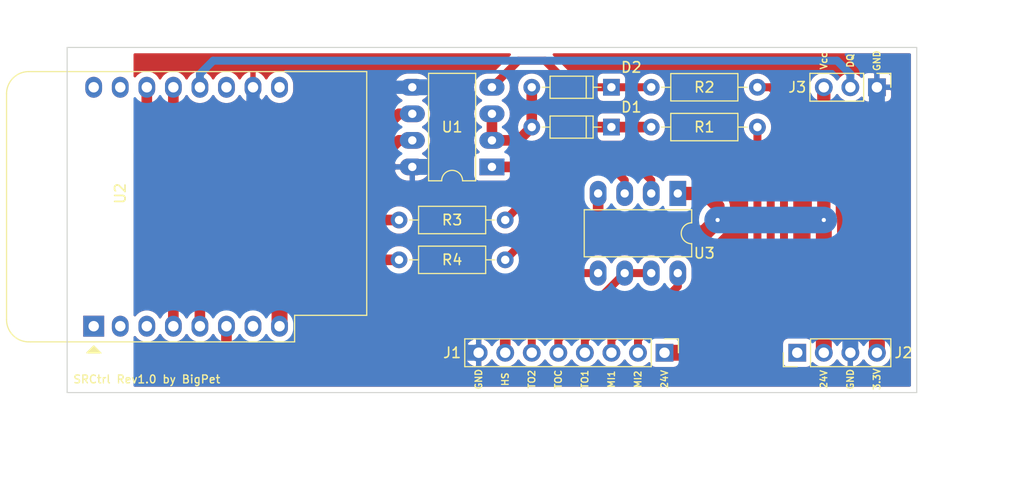
<source format=kicad_pcb>
(kicad_pcb (version 20171130) (host pcbnew "(5.1.0)-1")

  (general
    (thickness 1.6)
    (drawings 24)
    (tracks 117)
    (zones 0)
    (modules 12)
    (nets 20)
  )

  (page A4)
  (layers
    (0 F.Cu signal)
    (31 B.Cu signal)
    (32 B.Adhes user hide)
    (33 F.Adhes user hide)
    (34 B.Paste user hide)
    (35 F.Paste user hide)
    (36 B.SilkS user)
    (37 F.SilkS user)
    (38 B.Mask user hide)
    (39 F.Mask user hide)
    (40 Dwgs.User user hide)
    (41 Cmts.User user hide)
    (42 Eco1.User user hide)
    (43 Eco2.User user hide)
    (44 Edge.Cuts user)
    (45 Margin user hide)
    (46 B.CrtYd user hide)
    (47 F.CrtYd user hide)
    (48 B.Fab user)
    (49 F.Fab user)
  )

  (setup
    (last_trace_width 0.25)
    (user_trace_width 0.254)
    (user_trace_width 0.508)
    (user_trace_width 0.762)
    (user_trace_width 1.016)
    (user_trace_width 1.27)
    (user_trace_width 1.524)
    (user_trace_width 2.032)
    (user_trace_width 2.54)
    (user_trace_width 3.81)
    (user_trace_width 5.08)
    (trace_clearance 0.25)
    (zone_clearance 0.508)
    (zone_45_only no)
    (trace_min 0.2)
    (via_size 0.8)
    (via_drill 0.4)
    (via_min_size 0.4)
    (via_min_drill 0.3)
    (uvia_size 0.3)
    (uvia_drill 0.1)
    (uvias_allowed no)
    (uvia_min_size 0.2)
    (uvia_min_drill 0.1)
    (edge_width 0.1)
    (segment_width 0.2)
    (pcb_text_width 0.3)
    (pcb_text_size 1.5 1.5)
    (mod_edge_width 0.15)
    (mod_text_size 1 1)
    (mod_text_width 0.15)
    (pad_size 1.524 1.524)
    (pad_drill 0.762)
    (pad_to_mask_clearance 0)
    (aux_axis_origin 0 0)
    (visible_elements 7FFFFFFF)
    (pcbplotparams
      (layerselection 0x010f0_ffffffff)
      (usegerberextensions false)
      (usegerberattributes false)
      (usegerberadvancedattributes true)
      (creategerberjobfile false)
      (excludeedgelayer true)
      (linewidth 0.100000)
      (plotframeref false)
      (viasonmask false)
      (mode 1)
      (useauxorigin false)
      (hpglpennumber 1)
      (hpglpenspeed 20)
      (hpglpendiameter 15.000000)
      (psnegative false)
      (psa4output false)
      (plotreference true)
      (plotvalue true)
      (plotinvisibletext false)
      (padsonsilk false)
      (subtractmaskfromsilk false)
      (outputformat 1)
      (mirror false)
      (drillshape 0)
      (scaleselection 1)
      (outputdirectory "Plots/"))
  )

  (net 0 "")
  (net 1 "Net-(D1-Pad2)")
  (net 2 "Net-(D1-Pad1)")
  (net 3 "Net-(D2-Pad1)")
  (net 4 GND)
  (net 5 /HallSensorIn)
  (net 6 /TasterOut2)
  (net 7 /TasterOutCom)
  (net 8 /TasterOut1)
  (net 9 /MotorIn2)
  (net 10 /MotorIn1)
  (net 11 +24V)
  (net 12 VCC)
  (net 13 /DQ)
  (net 14 "Net-(R3-Pad2)")
  (net 15 /Taster1)
  (net 16 /Taster2)
  (net 17 "Net-(R4-Pad2)")
  (net 18 /Motor1)
  (net 19 /Motor2)

  (net_class Default "Dies ist die voreingestellte Netzklasse."
    (clearance 0.25)
    (trace_width 0.25)
    (via_dia 0.8)
    (via_drill 0.4)
    (uvia_dia 0.3)
    (uvia_drill 0.1)
    (add_net +24V)
    (add_net /DQ)
    (add_net /HallSensorIn)
    (add_net /Motor1)
    (add_net /Motor2)
    (add_net /MotorIn1)
    (add_net /MotorIn2)
    (add_net /Taster1)
    (add_net /Taster2)
    (add_net /TasterOut1)
    (add_net /TasterOut2)
    (add_net /TasterOutCom)
    (add_net GND)
    (add_net "Net-(D1-Pad1)")
    (add_net "Net-(D1-Pad2)")
    (add_net "Net-(D2-Pad1)")
    (add_net "Net-(R3-Pad2)")
    (add_net "Net-(R4-Pad2)")
    (add_net VCC)
  )

  (module Housings_DIP:DIP-8_W7.62mm_LongPads (layer F.Cu) (tedit 59C78D6B) (tstamp 5CFED030)
    (at 149.86 39.37 270)
    (descr "8-lead though-hole mounted DIP package, row spacing 7.62 mm (300 mils), LongPads")
    (tags "THT DIP DIL PDIP 2.54mm 7.62mm 300mil LongPads")
    (path /5C9A528C)
    (fp_text reference U3 (at 5.715 -2.54) (layer F.SilkS)
      (effects (font (size 1 1) (thickness 0.15)))
    )
    (fp_text value TLP504A (at 3.81 9.95 270) (layer F.Fab)
      (effects (font (size 1 1) (thickness 0.15)))
    )
    (fp_arc (start 3.81 -1.33) (end 2.81 -1.33) (angle -180) (layer F.SilkS) (width 0.12))
    (fp_line (start 1.635 -1.27) (end 6.985 -1.27) (layer F.Fab) (width 0.1))
    (fp_line (start 6.985 -1.27) (end 6.985 8.89) (layer F.Fab) (width 0.1))
    (fp_line (start 6.985 8.89) (end 0.635 8.89) (layer F.Fab) (width 0.1))
    (fp_line (start 0.635 8.89) (end 0.635 -0.27) (layer F.Fab) (width 0.1))
    (fp_line (start 0.635 -0.27) (end 1.635 -1.27) (layer F.Fab) (width 0.1))
    (fp_line (start 2.81 -1.33) (end 1.56 -1.33) (layer F.SilkS) (width 0.12))
    (fp_line (start 1.56 -1.33) (end 1.56 8.95) (layer F.SilkS) (width 0.12))
    (fp_line (start 1.56 8.95) (end 6.06 8.95) (layer F.SilkS) (width 0.12))
    (fp_line (start 6.06 8.95) (end 6.06 -1.33) (layer F.SilkS) (width 0.12))
    (fp_line (start 6.06 -1.33) (end 4.81 -1.33) (layer F.SilkS) (width 0.12))
    (fp_line (start -1.45 -1.55) (end -1.45 9.15) (layer F.CrtYd) (width 0.05))
    (fp_line (start -1.45 9.15) (end 9.1 9.15) (layer F.CrtYd) (width 0.05))
    (fp_line (start 9.1 9.15) (end 9.1 -1.55) (layer F.CrtYd) (width 0.05))
    (fp_line (start 9.1 -1.55) (end -1.45 -1.55) (layer F.CrtYd) (width 0.05))
    (fp_text user %R (at 3.81 6.35 270) (layer F.Fab)
      (effects (font (size 1 1) (thickness 0.15)))
    )
    (pad 1 thru_hole rect (at 0 0 270) (size 2.4 1.6) (drill 0.8) (layers *.Cu *.Mask)
      (net 12 VCC))
    (pad 5 thru_hole oval (at 7.62 7.62 270) (size 2.4 1.6) (drill 0.8) (layers *.Cu *.Mask)
      (net 6 /TasterOut2))
    (pad 2 thru_hole oval (at 0 2.54 270) (size 2.4 1.6) (drill 0.8) (layers *.Cu *.Mask)
      (net 14 "Net-(R3-Pad2)"))
    (pad 6 thru_hole oval (at 7.62 5.08 270) (size 2.4 1.6) (drill 0.8) (layers *.Cu *.Mask)
      (net 7 /TasterOutCom))
    (pad 3 thru_hole oval (at 0 5.08 270) (size 2.4 1.6) (drill 0.8) (layers *.Cu *.Mask)
      (net 17 "Net-(R4-Pad2)"))
    (pad 7 thru_hole oval (at 7.62 2.54 270) (size 2.4 1.6) (drill 0.8) (layers *.Cu *.Mask)
      (net 7 /TasterOutCom))
    (pad 4 thru_hole oval (at 0 7.62 270) (size 2.4 1.6) (drill 0.8) (layers *.Cu *.Mask)
      (net 12 VCC))
    (pad 8 thru_hole oval (at 7.62 0 270) (size 2.4 1.6) (drill 0.8) (layers *.Cu *.Mask)
      (net 8 /TasterOut1))
    (model ${KISYS3DMOD}/Housings_DIP.3dshapes/DIP-8_W7.62mm.wrl
      (at (xyz 0 0 0))
      (scale (xyz 1 1 1))
      (rotate (xyz 0 0 0))
    )
  )

  (module Resistors_ThroughHole:R_Axial_DIN0207_L6.3mm_D2.5mm_P10.16mm_Horizontal (layer F.Cu) (tedit 5874F706) (tstamp 5CFE5D49)
    (at 123.19 45.72)
    (descr "Resistor, Axial_DIN0207 series, Axial, Horizontal, pin pitch=10.16mm, 0.25W = 1/4W, length*diameter=6.3*2.5mm^2, http://cdn-reichelt.de/documents/datenblatt/B400/1_4W%23YAG.pdf")
    (tags "Resistor Axial_DIN0207 series Axial Horizontal pin pitch 10.16mm 0.25W = 1/4W length 6.3mm diameter 2.5mm")
    (path /5C9AF440)
    (fp_text reference R4 (at 5.08 0) (layer F.SilkS)
      (effects (font (size 1 1) (thickness 0.15)))
    )
    (fp_text value 560 (at 5.08 2.54) (layer F.Fab)
      (effects (font (size 1 1) (thickness 0.15)))
    )
    (fp_line (start 1.93 -1.25) (end 1.93 1.25) (layer F.Fab) (width 0.1))
    (fp_line (start 1.93 1.25) (end 8.23 1.25) (layer F.Fab) (width 0.1))
    (fp_line (start 8.23 1.25) (end 8.23 -1.25) (layer F.Fab) (width 0.1))
    (fp_line (start 8.23 -1.25) (end 1.93 -1.25) (layer F.Fab) (width 0.1))
    (fp_line (start 0 0) (end 1.93 0) (layer F.Fab) (width 0.1))
    (fp_line (start 10.16 0) (end 8.23 0) (layer F.Fab) (width 0.1))
    (fp_line (start 1.87 -1.31) (end 1.87 1.31) (layer F.SilkS) (width 0.12))
    (fp_line (start 1.87 1.31) (end 8.29 1.31) (layer F.SilkS) (width 0.12))
    (fp_line (start 8.29 1.31) (end 8.29 -1.31) (layer F.SilkS) (width 0.12))
    (fp_line (start 8.29 -1.31) (end 1.87 -1.31) (layer F.SilkS) (width 0.12))
    (fp_line (start 0.98 0) (end 1.87 0) (layer F.SilkS) (width 0.12))
    (fp_line (start 9.18 0) (end 8.29 0) (layer F.SilkS) (width 0.12))
    (fp_line (start -1.05 -1.6) (end -1.05 1.6) (layer F.CrtYd) (width 0.05))
    (fp_line (start -1.05 1.6) (end 11.25 1.6) (layer F.CrtYd) (width 0.05))
    (fp_line (start 11.25 1.6) (end 11.25 -1.6) (layer F.CrtYd) (width 0.05))
    (fp_line (start 11.25 -1.6) (end -1.05 -1.6) (layer F.CrtYd) (width 0.05))
    (pad 1 thru_hole circle (at 0 0) (size 1.6 1.6) (drill 0.8) (layers *.Cu *.Mask)
      (net 16 /Taster2))
    (pad 2 thru_hole oval (at 10.16 0) (size 1.6 1.6) (drill 0.8) (layers *.Cu *.Mask)
      (net 17 "Net-(R4-Pad2)"))
    (model ${KISYS3DMOD}/Resistors_THT.3dshapes/R_Axial_DIN0207_L6.3mm_D2.5mm_P10.16mm_Horizontal.wrl
      (at (xyz 0 0 0))
      (scale (xyz 0.393701 0.393701 0.393701))
      (rotate (xyz 0 0 0))
    )
  )

  (module Module:WEMOS_D1_mini_light (layer F.Cu) (tedit 5BBFB1CE) (tstamp 5CFE5DA8)
    (at 93.98 52.07 90)
    (descr "16-pin module, column spacing 22.86 mm (900 mils), https://wiki.wemos.cc/products:d1:d1_mini, https://c1.staticflickr.com/1/734/31400410271_f278b087db_z.jpg")
    (tags "ESP8266 WiFi microcontroller")
    (path /5C9AA4E6)
    (fp_text reference U2 (at 12.7 2.54 90) (layer F.SilkS)
      (effects (font (size 1 1) (thickness 0.15)))
    )
    (fp_text value WeMos_D1_mini (at 11.7 0 90) (layer F.Fab)
      (effects (font (size 1 1) (thickness 0.15)))
    )
    (fp_line (start 1.04 26.12) (end 24.36 26.12) (layer F.SilkS) (width 0.12))
    (fp_line (start -1.5 19.22) (end -1.5 -6.21) (layer F.SilkS) (width 0.12))
    (fp_line (start 24.36 26.12) (end 24.36 -6.21) (layer F.SilkS) (width 0.12))
    (fp_line (start 22.24 -8.34) (end 0.63 -8.34) (layer F.SilkS) (width 0.12))
    (fp_line (start 1.17 25.99) (end 24.23 25.99) (layer F.Fab) (width 0.1))
    (fp_line (start 24.23 25.99) (end 24.23 -6.21) (layer F.Fab) (width 0.1))
    (fp_line (start 22.23 -8.21) (end 0.63 -8.21) (layer F.Fab) (width 0.1))
    (fp_line (start -1.37 1) (end -1.37 19.09) (layer F.Fab) (width 0.1))
    (fp_line (start -1.62 -8.46) (end 24.48 -8.46) (layer F.CrtYd) (width 0.05))
    (fp_line (start 24.48 -8.41) (end 24.48 26.24) (layer F.CrtYd) (width 0.05))
    (fp_line (start 24.48 26.24) (end -1.62 26.24) (layer F.CrtYd) (width 0.05))
    (fp_line (start -1.62 26.24) (end -1.62 -8.46) (layer F.CrtYd) (width 0.05))
    (fp_poly (pts (xy -2.54 -0.635) (xy -2.54 0.635) (xy -1.905 0)) (layer F.SilkS) (width 0.15))
    (fp_line (start -1.35 -1.4) (end 24.25 -1.4) (layer Dwgs.User) (width 0.1))
    (fp_line (start 24.25 -1.4) (end 24.25 -8.2) (layer Dwgs.User) (width 0.1))
    (fp_line (start 24.25 -8.2) (end -1.35 -8.2) (layer Dwgs.User) (width 0.1))
    (fp_line (start -1.35 -8.2) (end -1.35 -1.4) (layer Dwgs.User) (width 0.1))
    (fp_line (start -1.35 -1.4) (end 5.45 -8.2) (layer Dwgs.User) (width 0.1))
    (fp_line (start 0.65 -1.4) (end 7.45 -8.2) (layer Dwgs.User) (width 0.1))
    (fp_line (start 2.65 -1.4) (end 9.45 -8.2) (layer Dwgs.User) (width 0.1))
    (fp_line (start 4.65 -1.4) (end 11.45 -8.2) (layer Dwgs.User) (width 0.1))
    (fp_line (start 6.65 -1.4) (end 13.45 -8.2) (layer Dwgs.User) (width 0.1))
    (fp_line (start 8.65 -1.4) (end 15.45 -8.2) (layer Dwgs.User) (width 0.1))
    (fp_line (start 10.65 -1.4) (end 17.45 -8.2) (layer Dwgs.User) (width 0.1))
    (fp_line (start 12.65 -1.4) (end 19.45 -8.2) (layer Dwgs.User) (width 0.1))
    (fp_line (start 14.65 -1.4) (end 21.45 -8.2) (layer Dwgs.User) (width 0.1))
    (fp_line (start 16.65 -1.4) (end 23.45 -8.2) (layer Dwgs.User) (width 0.1))
    (fp_line (start 18.65 -1.4) (end 24.25 -7) (layer Dwgs.User) (width 0.1))
    (fp_line (start 20.65 -1.4) (end 24.25 -5) (layer Dwgs.User) (width 0.1))
    (fp_line (start 22.65 -1.4) (end 24.25 -3) (layer Dwgs.User) (width 0.1))
    (fp_line (start -1.35 -3.4) (end 3.45 -8.2) (layer Dwgs.User) (width 0.1))
    (fp_line (start -1.3 -5.45) (end 1.45 -8.2) (layer Dwgs.User) (width 0.1))
    (fp_line (start -1.35 -7.4) (end -0.55 -8.2) (layer Dwgs.User) (width 0.1))
    (fp_line (start -1.37 19.09) (end 1.17 19.09) (layer F.Fab) (width 0.1))
    (fp_line (start 1.17 19.09) (end 1.17 25.99) (layer F.Fab) (width 0.1))
    (fp_line (start -1.37 -6.21) (end -1.37 -1) (layer F.Fab) (width 0.1))
    (fp_line (start -1.37 1) (end -0.37 0) (layer F.Fab) (width 0.1))
    (fp_line (start -0.37 0) (end -1.37 -1) (layer F.Fab) (width 0.1))
    (fp_arc (start 0.63 -6.21) (end 0.63 -8.21) (angle -90) (layer F.Fab) (width 0.1))
    (fp_arc (start 22.23 -6.21) (end 24.23 -6.19) (angle -90) (layer F.Fab) (width 0.1))
    (fp_line (start -1.5 19.22) (end 1.04 19.22) (layer F.SilkS) (width 0.12))
    (fp_line (start 1.04 19.22) (end 1.04 26.12) (layer F.SilkS) (width 0.12))
    (fp_arc (start 0.63 -6.21) (end 0.63 -8.34) (angle -90) (layer F.SilkS) (width 0.12))
    (fp_arc (start 22.23 -6.21) (end 24.36 -6.21) (angle -90) (layer F.SilkS) (width 0.12))
    (fp_text user "KEEP OUT" (at 11.43 -6.35 90) (layer Cmts.User)
      (effects (font (size 1 1) (thickness 0.15)))
    )
    (fp_text user "No copper" (at 11.43 -3.81 90) (layer Cmts.User)
      (effects (font (size 1 1) (thickness 0.15)))
    )
    (pad 2 thru_hole oval (at 0 2.54 90) (size 2 1.6) (drill 1) (layers *.Cu *.Mask))
    (pad 1 thru_hole rect (at 0 0 90) (size 2 2) (drill 1) (layers *.Cu *.Mask))
    (pad 3 thru_hole oval (at 0 5.08 90) (size 2 1.6) (drill 1) (layers *.Cu *.Mask))
    (pad 4 thru_hole oval (at 0 7.62 90) (size 2 1.6) (drill 1) (layers *.Cu *.Mask)
      (net 15 /Taster1))
    (pad 5 thru_hole oval (at 0 10.16 90) (size 2 1.6) (drill 1) (layers *.Cu *.Mask)
      (net 16 /Taster2))
    (pad 6 thru_hole oval (at 0 12.7 90) (size 2 1.6) (drill 1) (layers *.Cu *.Mask)
      (net 5 /HallSensorIn))
    (pad 7 thru_hole oval (at 0 15.24 90) (size 2 1.6) (drill 1) (layers *.Cu *.Mask))
    (pad 8 thru_hole oval (at 0 17.78 90) (size 2 1.6) (drill 1) (layers *.Cu *.Mask)
      (net 12 VCC))
    (pad 9 thru_hole oval (at 22.86 17.78 90) (size 2 1.6) (drill 1) (layers *.Cu *.Mask))
    (pad 10 thru_hole oval (at 22.86 15.24 90) (size 2 1.6) (drill 1) (layers *.Cu *.Mask)
      (net 4 GND))
    (pad 11 thru_hole oval (at 22.86 12.7 90) (size 2 1.6) (drill 1) (layers *.Cu *.Mask))
    (pad 12 thru_hole oval (at 22.86 10.16 90) (size 2 1.6) (drill 1) (layers *.Cu *.Mask)
      (net 13 /DQ))
    (pad 13 thru_hole oval (at 22.86 7.62 90) (size 2 1.6) (drill 1) (layers *.Cu *.Mask)
      (net 19 /Motor2))
    (pad 14 thru_hole oval (at 22.86 5.08 90) (size 2 1.6) (drill 1) (layers *.Cu *.Mask)
      (net 18 /Motor1))
    (pad 15 thru_hole oval (at 22.86 2.54 90) (size 2 1.6) (drill 1) (layers *.Cu *.Mask))
    (pad 16 thru_hole oval (at 22.86 0 90) (size 2 1.6) (drill 1) (layers *.Cu *.Mask))
    (model ${KISYS3DMOD}/Module.3dshapes/WEMOS_D1_mini_light.wrl
      (at (xyz 0 0 0))
      (scale (xyz 1 1 1))
      (rotate (xyz 0 0 0))
    )
    (model ${KISYS3DMOD}/Connector_PinHeader_2.54mm.3dshapes/PinHeader_1x08_P2.54mm_Vertical.wrl
      (offset (xyz 0 0 9.5))
      (scale (xyz 1 1 1))
      (rotate (xyz 0 -180 0))
    )
    (model ${KISYS3DMOD}/Connector_PinHeader_2.54mm.3dshapes/PinHeader_1x08_P2.54mm_Vertical.wrl
      (offset (xyz 22.86 0 9.5))
      (scale (xyz 1 1 1))
      (rotate (xyz 0 -180 0))
    )
    (model ${KISYS3DMOD}/Connector_PinSocket_2.54mm.3dshapes/PinSocket_1x08_P2.54mm_Vertical.wrl
      (at (xyz 0 0 0))
      (scale (xyz 1 1 1))
      (rotate (xyz 0 0 0))
    )
    (model ${KISYS3DMOD}/Connector_PinSocket_2.54mm.3dshapes/PinSocket_1x08_P2.54mm_Vertical.wrl
      (offset (xyz 22.86 0 0))
      (scale (xyz 1 1 1))
      (rotate (xyz 0 0 0))
    )
  )

  (module Pin_Headers:Pin_Header_Straight_1x08_Pitch2.54mm (layer F.Cu) (tedit 59650532) (tstamp 5CFF4603)
    (at 148.59 54.61 270)
    (descr "Through hole straight pin header, 1x08, 2.54mm pitch, single row")
    (tags "Through hole pin header THT 1x08 2.54mm single row")
    (path /5CF996DA)
    (fp_text reference J1 (at 0 20.32) (layer F.SilkS)
      (effects (font (size 1 1) (thickness 0.15)))
    )
    (fp_text value "from GW60" (at 5.08 8.89) (layer F.Fab)
      (effects (font (size 1 1) (thickness 0.15)))
    )
    (fp_text user %R (at 0 8.89) (layer F.Fab)
      (effects (font (size 1 1) (thickness 0.15)))
    )
    (fp_line (start 1.8 -1.8) (end -1.8 -1.8) (layer F.CrtYd) (width 0.05))
    (fp_line (start 1.8 19.55) (end 1.8 -1.8) (layer F.CrtYd) (width 0.05))
    (fp_line (start -1.8 19.55) (end 1.8 19.55) (layer F.CrtYd) (width 0.05))
    (fp_line (start -1.8 -1.8) (end -1.8 19.55) (layer F.CrtYd) (width 0.05))
    (fp_line (start -1.33 -1.33) (end 0 -1.33) (layer F.SilkS) (width 0.12))
    (fp_line (start -1.33 0) (end -1.33 -1.33) (layer F.SilkS) (width 0.12))
    (fp_line (start -1.33 1.27) (end 1.33 1.27) (layer F.SilkS) (width 0.12))
    (fp_line (start 1.33 1.27) (end 1.33 19.11) (layer F.SilkS) (width 0.12))
    (fp_line (start -1.33 1.27) (end -1.33 19.11) (layer F.SilkS) (width 0.12))
    (fp_line (start -1.33 19.11) (end 1.33 19.11) (layer F.SilkS) (width 0.12))
    (fp_line (start -1.27 -0.635) (end -0.635 -1.27) (layer F.Fab) (width 0.1))
    (fp_line (start -1.27 19.05) (end -1.27 -0.635) (layer F.Fab) (width 0.1))
    (fp_line (start 1.27 19.05) (end -1.27 19.05) (layer F.Fab) (width 0.1))
    (fp_line (start 1.27 -1.27) (end 1.27 19.05) (layer F.Fab) (width 0.1))
    (fp_line (start -0.635 -1.27) (end 1.27 -1.27) (layer F.Fab) (width 0.1))
    (pad 8 thru_hole oval (at 0 17.78 270) (size 1.7 1.7) (drill 1) (layers *.Cu *.Mask)
      (net 4 GND))
    (pad 7 thru_hole oval (at 0 15.24 270) (size 1.7 1.7) (drill 1) (layers *.Cu *.Mask)
      (net 5 /HallSensorIn))
    (pad 6 thru_hole oval (at 0 12.7 270) (size 1.7 1.7) (drill 1) (layers *.Cu *.Mask)
      (net 6 /TasterOut2))
    (pad 5 thru_hole oval (at 0 10.16 270) (size 1.7 1.7) (drill 1) (layers *.Cu *.Mask)
      (net 7 /TasterOutCom))
    (pad 4 thru_hole oval (at 0 7.62 270) (size 1.7 1.7) (drill 1) (layers *.Cu *.Mask)
      (net 8 /TasterOut1))
    (pad 3 thru_hole oval (at 0 5.08 270) (size 1.7 1.7) (drill 1) (layers *.Cu *.Mask)
      (net 10 /MotorIn1))
    (pad 2 thru_hole oval (at 0 2.54 270) (size 1.7 1.7) (drill 1) (layers *.Cu *.Mask)
      (net 9 /MotorIn2))
    (pad 1 thru_hole rect (at 0 0 270) (size 1.7 1.7) (drill 1) (layers *.Cu *.Mask)
      (net 11 +24V))
    (model ${KISYS3DMOD}/Pin_Headers.3dshapes/Pin_Header_Straight_1x08_Pitch2.54mm.wrl
      (at (xyz 0 0 0))
      (scale (xyz 1 1 1))
      (rotate (xyz 0 0 0))
    )
  )

  (module Housings_DIP:DIP-8_W7.62mm_LongPads (layer F.Cu) (tedit 59C78D6B) (tstamp 5CFE5D65)
    (at 132.08 36.83 180)
    (descr "8-lead though-hole mounted DIP package, row spacing 7.62 mm (300 mils), LongPads")
    (tags "THT DIP DIL PDIP 2.54mm 7.62mm 300mil LongPads")
    (path /5C9A21C0)
    (fp_text reference U1 (at 3.81 3.81 180) (layer F.SilkS)
      (effects (font (size 1 1) (thickness 0.15)))
    )
    (fp_text value TLP504A (at 5.08 3.81 270) (layer F.Fab)
      (effects (font (size 1 1) (thickness 0.15)))
    )
    (fp_text user %R (at 2.54 7.62 270) (layer F.Fab)
      (effects (font (size 1 1) (thickness 0.15)))
    )
    (fp_line (start 9.1 -1.55) (end -1.45 -1.55) (layer F.CrtYd) (width 0.05))
    (fp_line (start 9.1 9.15) (end 9.1 -1.55) (layer F.CrtYd) (width 0.05))
    (fp_line (start -1.45 9.15) (end 9.1 9.15) (layer F.CrtYd) (width 0.05))
    (fp_line (start -1.45 -1.55) (end -1.45 9.15) (layer F.CrtYd) (width 0.05))
    (fp_line (start 6.06 -1.33) (end 4.81 -1.33) (layer F.SilkS) (width 0.12))
    (fp_line (start 6.06 8.95) (end 6.06 -1.33) (layer F.SilkS) (width 0.12))
    (fp_line (start 1.56 8.95) (end 6.06 8.95) (layer F.SilkS) (width 0.12))
    (fp_line (start 1.56 -1.33) (end 1.56 8.95) (layer F.SilkS) (width 0.12))
    (fp_line (start 2.81 -1.33) (end 1.56 -1.33) (layer F.SilkS) (width 0.12))
    (fp_line (start 0.635 -0.27) (end 1.635 -1.27) (layer F.Fab) (width 0.1))
    (fp_line (start 0.635 8.89) (end 0.635 -0.27) (layer F.Fab) (width 0.1))
    (fp_line (start 6.985 8.89) (end 0.635 8.89) (layer F.Fab) (width 0.1))
    (fp_line (start 6.985 -1.27) (end 6.985 8.89) (layer F.Fab) (width 0.1))
    (fp_line (start 1.635 -1.27) (end 6.985 -1.27) (layer F.Fab) (width 0.1))
    (fp_arc (start 3.81 -1.33) (end 2.81 -1.33) (angle -180) (layer F.SilkS) (width 0.12))
    (pad 8 thru_hole oval (at 7.62 0 180) (size 2.4 1.6) (drill 0.8) (layers *.Cu *.Mask)
      (net 4 GND))
    (pad 4 thru_hole oval (at 0 7.62 180) (size 2.4 1.6) (drill 0.8) (layers *.Cu *.Mask)
      (net 3 "Net-(D2-Pad1)"))
    (pad 7 thru_hole oval (at 7.62 2.54 180) (size 2.4 1.6) (drill 0.8) (layers *.Cu *.Mask)
      (net 18 /Motor1))
    (pad 3 thru_hole oval (at 0 5.08 180) (size 2.4 1.6) (drill 0.8) (layers *.Cu *.Mask)
      (net 1 "Net-(D1-Pad2)"))
    (pad 6 thru_hole oval (at 7.62 5.08 180) (size 2.4 1.6) (drill 0.8) (layers *.Cu *.Mask)
      (net 19 /Motor2))
    (pad 2 thru_hole oval (at 0 2.54 180) (size 2.4 1.6) (drill 0.8) (layers *.Cu *.Mask)
      (net 1 "Net-(D1-Pad2)"))
    (pad 5 thru_hole oval (at 7.62 7.62 180) (size 2.4 1.6) (drill 0.8) (layers *.Cu *.Mask)
      (net 4 GND))
    (pad 1 thru_hole rect (at 0 0 180) (size 2.4 1.6) (drill 0.8) (layers *.Cu *.Mask)
      (net 2 "Net-(D1-Pad1)"))
    (model ${KISYS3DMOD}/Housings_DIP.3dshapes/DIP-8_W7.62mm.wrl
      (at (xyz 0 0 0))
      (scale (xyz 1 1 1))
      (rotate (xyz 0 0 0))
    )
  )

  (module Diodes_ThroughHole:D_DO-35_SOD27_P7.62mm_Horizontal (layer F.Cu) (tedit 5921392F) (tstamp 5CFE5C8B)
    (at 143.51 33.02 180)
    (descr "D, DO-35_SOD27 series, Axial, Horizontal, pin pitch=7.62mm, , length*diameter=4*2mm^2, , http://www.diodes.com/_files/packages/DO-35.pdf")
    (tags "D DO-35_SOD27 series Axial Horizontal pin pitch 7.62mm  length 4mm diameter 2mm")
    (path /5C99D8AD)
    (fp_text reference D1 (at -1.905 1.905 180) (layer F.SilkS)
      (effects (font (size 1 1) (thickness 0.15)))
    )
    (fp_text value BAT41 (at 0 -2.54 180) (layer F.Fab)
      (effects (font (size 1 1) (thickness 0.15)))
    )
    (fp_line (start 8.7 -1.35) (end -1.05 -1.35) (layer F.CrtYd) (width 0.05))
    (fp_line (start 8.7 1.35) (end 8.7 -1.35) (layer F.CrtYd) (width 0.05))
    (fp_line (start -1.05 1.35) (end 8.7 1.35) (layer F.CrtYd) (width 0.05))
    (fp_line (start -1.05 -1.35) (end -1.05 1.35) (layer F.CrtYd) (width 0.05))
    (fp_line (start 2.41 -1.06) (end 2.41 1.06) (layer F.SilkS) (width 0.12))
    (fp_line (start 6.64 0) (end 5.87 0) (layer F.SilkS) (width 0.12))
    (fp_line (start 0.98 0) (end 1.75 0) (layer F.SilkS) (width 0.12))
    (fp_line (start 5.87 -1.06) (end 1.75 -1.06) (layer F.SilkS) (width 0.12))
    (fp_line (start 5.87 1.06) (end 5.87 -1.06) (layer F.SilkS) (width 0.12))
    (fp_line (start 1.75 1.06) (end 5.87 1.06) (layer F.SilkS) (width 0.12))
    (fp_line (start 1.75 -1.06) (end 1.75 1.06) (layer F.SilkS) (width 0.12))
    (fp_line (start 2.41 -1) (end 2.41 1) (layer F.Fab) (width 0.1))
    (fp_line (start 7.62 0) (end 5.81 0) (layer F.Fab) (width 0.1))
    (fp_line (start 0 0) (end 1.81 0) (layer F.Fab) (width 0.1))
    (fp_line (start 5.81 -1) (end 1.81 -1) (layer F.Fab) (width 0.1))
    (fp_line (start 5.81 1) (end 5.81 -1) (layer F.Fab) (width 0.1))
    (fp_line (start 1.81 1) (end 5.81 1) (layer F.Fab) (width 0.1))
    (fp_line (start 1.81 -1) (end 1.81 1) (layer F.Fab) (width 0.1))
    (fp_text user %R (at -1.905 0 180) (layer F.Fab)
      (effects (font (size 1 1) (thickness 0.15)))
    )
    (pad 2 thru_hole oval (at 7.62 0 180) (size 1.6 1.6) (drill 0.8) (layers *.Cu *.Mask)
      (net 1 "Net-(D1-Pad2)"))
    (pad 1 thru_hole rect (at 0 0 180) (size 1.6 1.6) (drill 0.8) (layers *.Cu *.Mask)
      (net 2 "Net-(D1-Pad1)"))
    (model ${KISYS3DMOD}/Diodes_THT.3dshapes/D_DO-35_SOD27_P7.62mm_Horizontal.wrl
      (at (xyz 0 0 0))
      (scale (xyz 0.393701 0.393701 0.393701))
      (rotate (xyz 0 0 0))
    )
  )

  (module Diodes_ThroughHole:D_DO-35_SOD27_P7.62mm_Horizontal (layer F.Cu) (tedit 5921392F) (tstamp 5CFE5CA4)
    (at 143.51 29.21 180)
    (descr "D, DO-35_SOD27 series, Axial, Horizontal, pin pitch=7.62mm, , length*diameter=4*2mm^2, , http://www.diodes.com/_files/packages/DO-35.pdf")
    (tags "D DO-35_SOD27 series Axial Horizontal pin pitch 7.62mm  length 4mm diameter 2mm")
    (path /5C99EBB6)
    (fp_text reference D2 (at -1.905 1.905 180) (layer F.SilkS)
      (effects (font (size 1 1) (thickness 0.15)))
    )
    (fp_text value BAT41 (at 6.35 2.54 180) (layer F.Fab) hide
      (effects (font (size 1 1) (thickness 0.15)))
    )
    (fp_text user %R (at -1.905 0 180) (layer F.Fab)
      (effects (font (size 1 1) (thickness 0.15)))
    )
    (fp_line (start 1.81 -1) (end 1.81 1) (layer F.Fab) (width 0.1))
    (fp_line (start 1.81 1) (end 5.81 1) (layer F.Fab) (width 0.1))
    (fp_line (start 5.81 1) (end 5.81 -1) (layer F.Fab) (width 0.1))
    (fp_line (start 5.81 -1) (end 1.81 -1) (layer F.Fab) (width 0.1))
    (fp_line (start 0 0) (end 1.81 0) (layer F.Fab) (width 0.1))
    (fp_line (start 7.62 0) (end 5.81 0) (layer F.Fab) (width 0.1))
    (fp_line (start 2.41 -1) (end 2.41 1) (layer F.Fab) (width 0.1))
    (fp_line (start 1.75 -1.06) (end 1.75 1.06) (layer F.SilkS) (width 0.12))
    (fp_line (start 1.75 1.06) (end 5.87 1.06) (layer F.SilkS) (width 0.12))
    (fp_line (start 5.87 1.06) (end 5.87 -1.06) (layer F.SilkS) (width 0.12))
    (fp_line (start 5.87 -1.06) (end 1.75 -1.06) (layer F.SilkS) (width 0.12))
    (fp_line (start 0.98 0) (end 1.75 0) (layer F.SilkS) (width 0.12))
    (fp_line (start 6.64 0) (end 5.87 0) (layer F.SilkS) (width 0.12))
    (fp_line (start 2.41 -1.06) (end 2.41 1.06) (layer F.SilkS) (width 0.12))
    (fp_line (start -1.05 -1.35) (end -1.05 1.35) (layer F.CrtYd) (width 0.05))
    (fp_line (start -1.05 1.35) (end 8.7 1.35) (layer F.CrtYd) (width 0.05))
    (fp_line (start 8.7 1.35) (end 8.7 -1.35) (layer F.CrtYd) (width 0.05))
    (fp_line (start 8.7 -1.35) (end -1.05 -1.35) (layer F.CrtYd) (width 0.05))
    (pad 1 thru_hole rect (at 0 0 180) (size 1.6 1.6) (drill 0.8) (layers *.Cu *.Mask)
      (net 3 "Net-(D2-Pad1)"))
    (pad 2 thru_hole oval (at 7.62 0 180) (size 1.6 1.6) (drill 0.8) (layers *.Cu *.Mask)
      (net 1 "Net-(D1-Pad2)"))
    (model ${KISYS3DMOD}/Diodes_THT.3dshapes/D_DO-35_SOD27_P7.62mm_Horizontal.wrl
      (at (xyz 0 0 0))
      (scale (xyz 0.393701 0.393701 0.393701))
      (rotate (xyz 0 0 0))
    )
  )

  (module Pin_Headers:Pin_Header_Straight_1x04_Pitch2.54mm (layer F.Cu) (tedit 59650532) (tstamp 5CFE5CD8)
    (at 161.29 54.61 90)
    (descr "Through hole straight pin header, 1x04, 2.54mm pitch, single row")
    (tags "Through hole pin header THT 1x04 2.54mm single row")
    (path /5CF9A639)
    (fp_text reference J2 (at 0 10.16 180) (layer F.SilkS)
      (effects (font (size 1 1) (thickness 0.15)))
    )
    (fp_text value "Step-Down 24V to 3.3V" (at -6.35 3.81 180) (layer F.Fab)
      (effects (font (size 1 1) (thickness 0.15)))
    )
    (fp_text user %R (at 0 3.81 180) (layer F.Fab)
      (effects (font (size 1 1) (thickness 0.15)))
    )
    (fp_line (start 1.8 -1.8) (end -1.8 -1.8) (layer F.CrtYd) (width 0.05))
    (fp_line (start 1.8 9.4) (end 1.8 -1.8) (layer F.CrtYd) (width 0.05))
    (fp_line (start -1.8 9.4) (end 1.8 9.4) (layer F.CrtYd) (width 0.05))
    (fp_line (start -1.8 -1.8) (end -1.8 9.4) (layer F.CrtYd) (width 0.05))
    (fp_line (start -1.33 -1.33) (end 0 -1.33) (layer F.SilkS) (width 0.12))
    (fp_line (start -1.33 0) (end -1.33 -1.33) (layer F.SilkS) (width 0.12))
    (fp_line (start -1.33 1.27) (end 1.33 1.27) (layer F.SilkS) (width 0.12))
    (fp_line (start 1.33 1.27) (end 1.33 8.95) (layer F.SilkS) (width 0.12))
    (fp_line (start -1.33 1.27) (end -1.33 8.95) (layer F.SilkS) (width 0.12))
    (fp_line (start -1.33 8.95) (end 1.33 8.95) (layer F.SilkS) (width 0.12))
    (fp_line (start -1.27 -0.635) (end -0.635 -1.27) (layer F.Fab) (width 0.1))
    (fp_line (start -1.27 8.89) (end -1.27 -0.635) (layer F.Fab) (width 0.1))
    (fp_line (start 1.27 8.89) (end -1.27 8.89) (layer F.Fab) (width 0.1))
    (fp_line (start 1.27 -1.27) (end 1.27 8.89) (layer F.Fab) (width 0.1))
    (fp_line (start -0.635 -1.27) (end 1.27 -1.27) (layer F.Fab) (width 0.1))
    (pad 4 thru_hole oval (at 0 7.62 90) (size 1.7 1.7) (drill 1) (layers *.Cu *.Mask)
      (net 12 VCC))
    (pad 3 thru_hole oval (at 0 5.08 90) (size 1.7 1.7) (drill 1) (layers *.Cu *.Mask)
      (net 4 GND))
    (pad 2 thru_hole oval (at 0 2.54 90) (size 1.7 1.7) (drill 1) (layers *.Cu *.Mask)
      (net 11 +24V))
    (pad 1 thru_hole rect (at 0 0 90) (size 1.7 1.7) (drill 1) (layers *.Cu *.Mask))
    (model ${KISYS3DMOD}/Pin_Headers.3dshapes/Pin_Header_Straight_1x04_Pitch2.54mm.wrl
      (at (xyz 0 0 0))
      (scale (xyz 1 1 1))
      (rotate (xyz 0 0 0))
    )
  )

  (module Resistors_ThroughHole:R_Axial_DIN0207_L6.3mm_D2.5mm_P10.16mm_Horizontal (layer F.Cu) (tedit 5874F706) (tstamp 5CFE5D07)
    (at 147.32 33.02)
    (descr "Resistor, Axial_DIN0207 series, Axial, Horizontal, pin pitch=10.16mm, 0.25W = 1/4W, length*diameter=6.3*2.5mm^2, http://cdn-reichelt.de/documents/datenblatt/B400/1_4W%23YAG.pdf")
    (tags "Resistor Axial_DIN0207 series Axial Horizontal pin pitch 10.16mm 0.25W = 1/4W length 6.3mm diameter 2.5mm")
    (path /5C9A58FC)
    (fp_text reference R1 (at 5.08 0) (layer F.SilkS)
      (effects (font (size 1 1) (thickness 0.15)))
    )
    (fp_text value 2k2 (at 5.08 2.54) (layer F.Fab) hide
      (effects (font (size 1 1) (thickness 0.15)))
    )
    (fp_line (start 11.25 -1.6) (end -1.05 -1.6) (layer F.CrtYd) (width 0.05))
    (fp_line (start 11.25 1.6) (end 11.25 -1.6) (layer F.CrtYd) (width 0.05))
    (fp_line (start -1.05 1.6) (end 11.25 1.6) (layer F.CrtYd) (width 0.05))
    (fp_line (start -1.05 -1.6) (end -1.05 1.6) (layer F.CrtYd) (width 0.05))
    (fp_line (start 9.18 0) (end 8.29 0) (layer F.SilkS) (width 0.12))
    (fp_line (start 0.98 0) (end 1.87 0) (layer F.SilkS) (width 0.12))
    (fp_line (start 8.29 -1.31) (end 1.87 -1.31) (layer F.SilkS) (width 0.12))
    (fp_line (start 8.29 1.31) (end 8.29 -1.31) (layer F.SilkS) (width 0.12))
    (fp_line (start 1.87 1.31) (end 8.29 1.31) (layer F.SilkS) (width 0.12))
    (fp_line (start 1.87 -1.31) (end 1.87 1.31) (layer F.SilkS) (width 0.12))
    (fp_line (start 10.16 0) (end 8.23 0) (layer F.Fab) (width 0.1))
    (fp_line (start 0 0) (end 1.93 0) (layer F.Fab) (width 0.1))
    (fp_line (start 8.23 -1.25) (end 1.93 -1.25) (layer F.Fab) (width 0.1))
    (fp_line (start 8.23 1.25) (end 8.23 -1.25) (layer F.Fab) (width 0.1))
    (fp_line (start 1.93 1.25) (end 8.23 1.25) (layer F.Fab) (width 0.1))
    (fp_line (start 1.93 -1.25) (end 1.93 1.25) (layer F.Fab) (width 0.1))
    (pad 2 thru_hole oval (at 10.16 0) (size 1.6 1.6) (drill 0.8) (layers *.Cu *.Mask)
      (net 10 /MotorIn1))
    (pad 1 thru_hole circle (at 0 0) (size 1.6 1.6) (drill 0.8) (layers *.Cu *.Mask)
      (net 2 "Net-(D1-Pad1)"))
    (model ${KISYS3DMOD}/Resistors_THT.3dshapes/R_Axial_DIN0207_L6.3mm_D2.5mm_P10.16mm_Horizontal.wrl
      (at (xyz 0 0 0))
      (scale (xyz 0.393701 0.393701 0.393701))
      (rotate (xyz 0 0 0))
    )
  )

  (module Resistors_ThroughHole:R_Axial_DIN0207_L6.3mm_D2.5mm_P10.16mm_Horizontal (layer F.Cu) (tedit 5874F706) (tstamp 5CFE5D1D)
    (at 147.32 29.21)
    (descr "Resistor, Axial_DIN0207 series, Axial, Horizontal, pin pitch=10.16mm, 0.25W = 1/4W, length*diameter=6.3*2.5mm^2, http://cdn-reichelt.de/documents/datenblatt/B400/1_4W%23YAG.pdf")
    (tags "Resistor Axial_DIN0207 series Axial Horizontal pin pitch 10.16mm 0.25W = 1/4W length 6.3mm diameter 2.5mm")
    (path /5C9A5E30)
    (fp_text reference R2 (at 5.08 0) (layer F.SilkS)
      (effects (font (size 1 1) (thickness 0.15)))
    )
    (fp_text value 2k2 (at 5.08 -2.54) (layer F.Fab) hide
      (effects (font (size 1 1) (thickness 0.15)))
    )
    (fp_line (start 1.93 -1.25) (end 1.93 1.25) (layer F.Fab) (width 0.1))
    (fp_line (start 1.93 1.25) (end 8.23 1.25) (layer F.Fab) (width 0.1))
    (fp_line (start 8.23 1.25) (end 8.23 -1.25) (layer F.Fab) (width 0.1))
    (fp_line (start 8.23 -1.25) (end 1.93 -1.25) (layer F.Fab) (width 0.1))
    (fp_line (start 0 0) (end 1.93 0) (layer F.Fab) (width 0.1))
    (fp_line (start 10.16 0) (end 8.23 0) (layer F.Fab) (width 0.1))
    (fp_line (start 1.87 -1.31) (end 1.87 1.31) (layer F.SilkS) (width 0.12))
    (fp_line (start 1.87 1.31) (end 8.29 1.31) (layer F.SilkS) (width 0.12))
    (fp_line (start 8.29 1.31) (end 8.29 -1.31) (layer F.SilkS) (width 0.12))
    (fp_line (start 8.29 -1.31) (end 1.87 -1.31) (layer F.SilkS) (width 0.12))
    (fp_line (start 0.98 0) (end 1.87 0) (layer F.SilkS) (width 0.12))
    (fp_line (start 9.18 0) (end 8.29 0) (layer F.SilkS) (width 0.12))
    (fp_line (start -1.05 -1.6) (end -1.05 1.6) (layer F.CrtYd) (width 0.05))
    (fp_line (start -1.05 1.6) (end 11.25 1.6) (layer F.CrtYd) (width 0.05))
    (fp_line (start 11.25 1.6) (end 11.25 -1.6) (layer F.CrtYd) (width 0.05))
    (fp_line (start 11.25 -1.6) (end -1.05 -1.6) (layer F.CrtYd) (width 0.05))
    (pad 1 thru_hole circle (at 0 0) (size 1.6 1.6) (drill 0.8) (layers *.Cu *.Mask)
      (net 3 "Net-(D2-Pad1)"))
    (pad 2 thru_hole oval (at 10.16 0) (size 1.6 1.6) (drill 0.8) (layers *.Cu *.Mask)
      (net 9 /MotorIn2))
    (model ${KISYS3DMOD}/Resistors_THT.3dshapes/R_Axial_DIN0207_L6.3mm_D2.5mm_P10.16mm_Horizontal.wrl
      (at (xyz 0 0 0))
      (scale (xyz 0.393701 0.393701 0.393701))
      (rotate (xyz 0 0 0))
    )
  )

  (module Resistors_ThroughHole:R_Axial_DIN0207_L6.3mm_D2.5mm_P10.16mm_Horizontal (layer F.Cu) (tedit 5874F706) (tstamp 5CFE5D33)
    (at 123.19 41.91)
    (descr "Resistor, Axial_DIN0207 series, Axial, Horizontal, pin pitch=10.16mm, 0.25W = 1/4W, length*diameter=6.3*2.5mm^2, http://cdn-reichelt.de/documents/datenblatt/B400/1_4W%23YAG.pdf")
    (tags "Resistor Axial_DIN0207 series Axial Horizontal pin pitch 10.16mm 0.25W = 1/4W length 6.3mm diameter 2.5mm")
    (path /5C9AEDEB)
    (fp_text reference R3 (at 5.08 0) (layer F.SilkS)
      (effects (font (size 1 1) (thickness 0.15)))
    )
    (fp_text value 560 (at 5.08 -2.54) (layer F.Fab)
      (effects (font (size 1 1) (thickness 0.15)))
    )
    (fp_line (start 11.25 -1.6) (end -1.05 -1.6) (layer F.CrtYd) (width 0.05))
    (fp_line (start 11.25 1.6) (end 11.25 -1.6) (layer F.CrtYd) (width 0.05))
    (fp_line (start -1.05 1.6) (end 11.25 1.6) (layer F.CrtYd) (width 0.05))
    (fp_line (start -1.05 -1.6) (end -1.05 1.6) (layer F.CrtYd) (width 0.05))
    (fp_line (start 9.18 0) (end 8.29 0) (layer F.SilkS) (width 0.12))
    (fp_line (start 0.98 0) (end 1.87 0) (layer F.SilkS) (width 0.12))
    (fp_line (start 8.29 -1.31) (end 1.87 -1.31) (layer F.SilkS) (width 0.12))
    (fp_line (start 8.29 1.31) (end 8.29 -1.31) (layer F.SilkS) (width 0.12))
    (fp_line (start 1.87 1.31) (end 8.29 1.31) (layer F.SilkS) (width 0.12))
    (fp_line (start 1.87 -1.31) (end 1.87 1.31) (layer F.SilkS) (width 0.12))
    (fp_line (start 10.16 0) (end 8.23 0) (layer F.Fab) (width 0.1))
    (fp_line (start 0 0) (end 1.93 0) (layer F.Fab) (width 0.1))
    (fp_line (start 8.23 -1.25) (end 1.93 -1.25) (layer F.Fab) (width 0.1))
    (fp_line (start 8.23 1.25) (end 8.23 -1.25) (layer F.Fab) (width 0.1))
    (fp_line (start 1.93 1.25) (end 8.23 1.25) (layer F.Fab) (width 0.1))
    (fp_line (start 1.93 -1.25) (end 1.93 1.25) (layer F.Fab) (width 0.1))
    (pad 2 thru_hole oval (at 10.16 0) (size 1.6 1.6) (drill 0.8) (layers *.Cu *.Mask)
      (net 14 "Net-(R3-Pad2)"))
    (pad 1 thru_hole circle (at 0 0) (size 1.6 1.6) (drill 0.8) (layers *.Cu *.Mask)
      (net 15 /Taster1))
    (model ${KISYS3DMOD}/Resistors_THT.3dshapes/R_Axial_DIN0207_L6.3mm_D2.5mm_P10.16mm_Horizontal.wrl
      (at (xyz 0 0 0))
      (scale (xyz 0.393701 0.393701 0.393701))
      (rotate (xyz 0 0 0))
    )
  )

  (module Pin_Headers:Pin_Header_Straight_1x03_Pitch2.54mm (layer F.Cu) (tedit 59650532) (tstamp 5CFE644B)
    (at 168.91 29.21 270)
    (descr "Through hole straight pin header, 1x03, 2.54mm pitch, single row")
    (tags "Through hole pin header THT 1x03 2.54mm single row")
    (path /5CFEDC44)
    (fp_text reference J3 (at 0 7.62) (layer F.SilkS)
      (effects (font (size 1 1) (thickness 0.15)))
    )
    (fp_text value DS18x20 (at -5.08 2.54) (layer F.Fab)
      (effects (font (size 1 1) (thickness 0.15)))
    )
    (fp_text user %R (at 0 2.54) (layer F.Fab)
      (effects (font (size 1 1) (thickness 0.15)))
    )
    (fp_line (start 1.8 -1.8) (end -1.8 -1.8) (layer F.CrtYd) (width 0.05))
    (fp_line (start 1.8 6.85) (end 1.8 -1.8) (layer F.CrtYd) (width 0.05))
    (fp_line (start -1.8 6.85) (end 1.8 6.85) (layer F.CrtYd) (width 0.05))
    (fp_line (start -1.8 -1.8) (end -1.8 6.85) (layer F.CrtYd) (width 0.05))
    (fp_line (start -1.33 -1.33) (end 0 -1.33) (layer F.SilkS) (width 0.12))
    (fp_line (start -1.33 0) (end -1.33 -1.33) (layer F.SilkS) (width 0.12))
    (fp_line (start -1.33 1.27) (end 1.33 1.27) (layer F.SilkS) (width 0.12))
    (fp_line (start 1.33 1.27) (end 1.33 6.41) (layer F.SilkS) (width 0.12))
    (fp_line (start -1.33 1.27) (end -1.33 6.41) (layer F.SilkS) (width 0.12))
    (fp_line (start -1.33 6.41) (end 1.33 6.41) (layer F.SilkS) (width 0.12))
    (fp_line (start -1.27 -0.635) (end -0.635 -1.27) (layer F.Fab) (width 0.1))
    (fp_line (start -1.27 6.35) (end -1.27 -0.635) (layer F.Fab) (width 0.1))
    (fp_line (start 1.27 6.35) (end -1.27 6.35) (layer F.Fab) (width 0.1))
    (fp_line (start 1.27 -1.27) (end 1.27 6.35) (layer F.Fab) (width 0.1))
    (fp_line (start -0.635 -1.27) (end 1.27 -1.27) (layer F.Fab) (width 0.1))
    (pad 3 thru_hole oval (at 0 5.08 270) (size 1.7 1.7) (drill 1) (layers *.Cu *.Mask)
      (net 12 VCC))
    (pad 2 thru_hole oval (at 0 2.54 270) (size 1.7 1.7) (drill 1) (layers *.Cu *.Mask)
      (net 13 /DQ))
    (pad 1 thru_hole rect (at 0 0 270) (size 1.7 1.7) (drill 1) (layers *.Cu *.Mask)
      (net 4 GND))
    (model ${KISYS3DMOD}/Pin_Headers.3dshapes/Pin_Header_Straight_1x03_Pitch2.54mm.wrl
      (at (xyz 0 0 0))
      (scale (xyz 1 1 1))
      (rotate (xyz 0 0 0))
    )
  )

  (dimension 87.63 (width 0.15) (layer F.Fab)
    (gr_text "87,630 mm" (at 128.905 68.61) (layer F.Fab)
      (effects (font (size 1 1) (thickness 0.15)) hide)
    )
    (feature1 (pts (xy 85.09 58.42) (xy 85.09 67.896421)))
    (feature2 (pts (xy 172.72 58.42) (xy 172.72 67.896421)))
    (crossbar (pts (xy 172.72 67.31) (xy 85.09 67.31)))
    (arrow1a (pts (xy 85.09 67.31) (xy 86.216504 66.723579)))
    (arrow1b (pts (xy 85.09 67.31) (xy 86.216504 67.896421)))
    (arrow2a (pts (xy 172.72 67.31) (xy 171.593496 66.723579)))
    (arrow2b (pts (xy 172.72 67.31) (xy 171.593496 67.896421)))
  )
  (gr_text Vcc (at 163.83 26.67 90) (layer F.SilkS) (tstamp 5CFFB427)
    (effects (font (size 0.635 0.635) (thickness 0.127)))
  )
  (gr_text DQ (at 166.37 26.67 90) (layer F.SilkS) (tstamp 5CFFB427)
    (effects (font (size 0.635 0.635) (thickness 0.127)))
  )
  (gr_text GND (at 168.91 26.67 90) (layer F.SilkS) (tstamp 5CFFB427)
    (effects (font (size 0.635 0.635) (thickness 0.127)))
  )
  (gr_text GND (at 130.81 57.15 90) (layer F.SilkS) (tstamp 5CFFB427)
    (effects (font (size 0.635 0.635) (thickness 0.127)))
  )
  (gr_text HS (at 133.35 57.15 90) (layer F.SilkS) (tstamp 5CFFB427)
    (effects (font (size 0.635 0.635) (thickness 0.127)))
  )
  (gr_text TO2 (at 135.89 57.15 90) (layer F.SilkS) (tstamp 5CFFB427)
    (effects (font (size 0.635 0.635) (thickness 0.127)))
  )
  (gr_text TOC (at 138.43 57.15 90) (layer F.SilkS) (tstamp 5CFFB427)
    (effects (font (size 0.635 0.635) (thickness 0.127)))
  )
  (gr_text TO1 (at 140.97 57.15 90) (layer F.SilkS) (tstamp 5CFFB427)
    (effects (font (size 0.635 0.635) (thickness 0.127)))
  )
  (gr_text MI1 (at 143.51 57.15 90) (layer F.SilkS) (tstamp 5CFFB427)
    (effects (font (size 0.635 0.635) (thickness 0.127)))
  )
  (gr_text MI2 (at 146.05 57.15 90) (layer F.SilkS) (tstamp 5CFFB427)
    (effects (font (size 0.635 0.635) (thickness 0.127)))
  )
  (gr_text 24V (at 148.59 57.15 90) (layer F.SilkS) (tstamp 5CFFB424)
    (effects (font (size 0.635 0.635) (thickness 0.127)))
  )
  (gr_text 3.3V (at 168.91 57.15 90) (layer F.SilkS) (tstamp 5CFFB318)
    (effects (font (size 0.635 0.635) (thickness 0.127)))
  )
  (gr_text GND (at 166.37 57.15 90) (layer F.SilkS) (tstamp 5CFFB30A)
    (effects (font (size 0.635 0.635) (thickness 0.127)))
  )
  (gr_text 24V (at 163.83 57.15 90) (layer F.SilkS)
    (effects (font (size 0.635 0.635) (thickness 0.127)))
  )
  (gr_text "SRCtrl Rev1.0 by BigPet" (at 99.06 57.15) (layer F.SilkS)
    (effects (font (size 0.762 0.762) (thickness 0.127)))
  )
  (dimension 33.02 (width 0.15) (layer F.Fab)
    (gr_text "33,020 mm" (at 181.64 41.91 90) (layer F.Fab)
      (effects (font (size 1 1) (thickness 0.15)))
    )
    (feature1 (pts (xy 172.72 25.4) (xy 180.926421 25.4)))
    (feature2 (pts (xy 172.72 58.42) (xy 180.926421 58.42)))
    (crossbar (pts (xy 180.34 58.42) (xy 180.34 25.4)))
    (arrow1a (pts (xy 180.34 25.4) (xy 180.926421 26.526504)))
    (arrow1b (pts (xy 180.34 25.4) (xy 179.753579 26.526504)))
    (arrow2a (pts (xy 180.34 58.42) (xy 180.926421 57.293496)))
    (arrow2b (pts (xy 180.34 58.42) (xy 179.753579 57.293496)))
  )
  (dimension 20.32 (width 0.15) (layer F.Fab)
    (gr_text "20,320 mm" (at 176.56 46.99 90) (layer F.Fab)
      (effects (font (size 1 1) (thickness 0.15)))
    )
    (feature1 (pts (xy 172.72 36.83) (xy 175.846421 36.83)))
    (feature2 (pts (xy 172.72 57.15) (xy 175.846421 57.15)))
    (crossbar (pts (xy 175.26 57.15) (xy 175.26 36.83)))
    (arrow1a (pts (xy 175.26 36.83) (xy 175.846421 37.956504)))
    (arrow1b (pts (xy 175.26 36.83) (xy 174.673579 37.956504)))
    (arrow2a (pts (xy 175.26 57.15) (xy 175.846421 56.023496)))
    (arrow2b (pts (xy 175.26 57.15) (xy 174.673579 56.023496)))
  )
  (dimension 81.28 (width 0.15) (layer F.Fab)
    (gr_text "81,280 mm" (at 132.08 64.8) (layer F.Fab)
      (effects (font (size 1 1) (thickness 0.15)))
    )
    (feature1 (pts (xy 91.44 58.42) (xy 91.44 64.086421)))
    (feature2 (pts (xy 172.72 58.42) (xy 172.72 64.086421)))
    (crossbar (pts (xy 172.72 63.5) (xy 91.44 63.5)))
    (arrow1a (pts (xy 91.44 63.5) (xy 92.566504 62.913579)))
    (arrow1b (pts (xy 91.44 63.5) (xy 92.566504 64.086421)))
    (arrow2a (pts (xy 172.72 63.5) (xy 171.593496 62.913579)))
    (arrow2b (pts (xy 172.72 63.5) (xy 171.593496 64.086421)))
  )
  (dimension 11.43 (width 0.15) (layer F.Fab)
    (gr_text "11,430 mm" (at 165.735 21.56) (layer F.Fab)
      (effects (font (size 1 1) (thickness 0.15)))
    )
    (feature1 (pts (xy 160.02 22.86) (xy 160.02 22.273579)))
    (feature2 (pts (xy 171.45 22.86) (xy 171.45 22.273579)))
    (crossbar (pts (xy 171.45 22.86) (xy 160.02 22.86)))
    (arrow1a (pts (xy 160.02 22.86) (xy 161.146504 22.273579)))
    (arrow1b (pts (xy 160.02 22.86) (xy 161.146504 23.446421)))
    (arrow2a (pts (xy 171.45 22.86) (xy 170.323496 22.273579)))
    (arrow2b (pts (xy 171.45 22.86) (xy 170.323496 23.446421)))
  )
  (gr_line (start 172.72 58.42) (end 91.44 58.42) (layer Edge.Cuts) (width 0.1))
  (gr_line (start 91.44 58.42) (end 91.44 25.4) (layer Edge.Cuts) (width 0.1) (tstamp 5CFEBBC9))
  (gr_line (start 172.72 25.4) (end 172.72 58.42) (layer Edge.Cuts) (width 0.1))
  (gr_line (start 91.44 25.4) (end 172.72 25.4) (layer Edge.Cuts) (width 0.1))

  (segment (start 135.89 29.21) (end 135.89 33.02) (width 1.016) (layer F.Cu) (net 1))
  (segment (start 132.08 31.75) (end 132.08 34.29) (width 1.016) (layer F.Cu) (net 1))
  (segment (start 132.08 34.29) (end 134.62 34.29) (width 1.016) (layer F.Cu) (net 1))
  (segment (start 134.62 34.29) (end 135.89 33.02) (width 1.016) (layer F.Cu) (net 1))
  (segment (start 139.7 33.02) (end 135.89 36.83) (width 1.016) (layer F.Cu) (net 2))
  (segment (start 143.51 33.02) (end 139.7 33.02) (width 1.016) (layer F.Cu) (net 2))
  (segment (start 135.89 36.83) (end 132.08 36.83) (width 1.016) (layer F.Cu) (net 2))
  (segment (start 143.51 33.02) (end 147.32 33.02) (width 1.016) (layer F.Cu) (net 2))
  (segment (start 143.51 29.21) (end 147.32 29.21) (width 0.762) (layer F.Cu) (net 3))
  (segment (start 132.08 29.21) (end 134.62 26.67) (width 0.762) (layer F.Cu) (net 3))
  (segment (start 134.62 26.67) (end 137.16 26.67) (width 0.762) (layer F.Cu) (net 3))
  (segment (start 137.16 26.67) (end 139.7 29.21) (width 0.762) (layer F.Cu) (net 3))
  (segment (start 139.7 29.21) (end 143.51 29.21) (width 0.762) (layer F.Cu) (net 3))
  (segment (start 109.22 29.21) (end 109.22 30.48) (width 1.27) (layer B.Cu) (net 4))
  (segment (start 109.22 30.48) (end 110.49 31.75) (width 1.27) (layer B.Cu) (net 4))
  (segment (start 110.49 31.75) (end 115.57 31.75) (width 1.27) (layer B.Cu) (net 4))
  (segment (start 115.57 31.75) (end 118.11 29.21) (width 1.27) (layer B.Cu) (net 4))
  (segment (start 118.11 29.21) (end 124.46 29.21) (width 1.27) (layer B.Cu) (net 4))
  (segment (start 127.184 36.83) (end 124.46 36.83) (width 1.524) (layer B.Cu) (net 4))
  (segment (start 128.27 35.744) (end 127.184 36.83) (width 1.524) (layer B.Cu) (net 4))
  (segment (start 128.27 30.48) (end 128.27 35.744) (width 1.524) (layer B.Cu) (net 4))
  (segment (start 124.46 29.21) (end 127 29.21) (width 1.524) (layer B.Cu) (net 4))
  (segment (start 127 29.21) (end 128.27 30.48) (width 1.524) (layer B.Cu) (net 4))
  (segment (start 128.27 53.34) (end 129.54 54.61) (width 1.524) (layer B.Cu) (net 4))
  (segment (start 129.54 54.61) (end 130.81 54.61) (width 1.524) (layer B.Cu) (net 4))
  (segment (start 168.91 29.21) (end 168.91 45.72) (width 1.524) (layer B.Cu) (net 4))
  (segment (start 168.91 45.72) (end 166.37 48.26) (width 1.524) (layer B.Cu) (net 4))
  (segment (start 128.27 49.53) (end 166.37 49.53) (width 1.524) (layer B.Cu) (net 4))
  (segment (start 166.37 49.53) (end 166.37 54.61) (width 1.524) (layer B.Cu) (net 4))
  (segment (start 166.37 48.26) (end 166.37 49.53) (width 1.524) (layer B.Cu) (net 4))
  (segment (start 128.27 49.53) (end 128.27 53.34) (width 1.524) (layer B.Cu) (net 4))
  (segment (start 128.27 35.744) (end 128.27 49.53) (width 1.524) (layer B.Cu) (net 4))
  (segment (start 106.68 52.07) (end 106.68 54.61) (width 1.016) (layer F.Cu) (net 5))
  (segment (start 106.68 54.61) (end 107.95 55.88) (width 1.016) (layer F.Cu) (net 5))
  (segment (start 107.95 55.88) (end 123.19 55.88) (width 1.016) (layer F.Cu) (net 5))
  (segment (start 123.19 55.88) (end 128.27 50.8) (width 1.016) (layer F.Cu) (net 5))
  (segment (start 128.27 50.8) (end 132.08 50.8) (width 1.016) (layer F.Cu) (net 5))
  (segment (start 132.08 50.8) (end 133.35 52.07) (width 1.016) (layer F.Cu) (net 5))
  (segment (start 133.35 52.07) (end 133.35 54.61) (width 1.016) (layer F.Cu) (net 5))
  (segment (start 135.89 54.61) (end 135.89 50.8) (width 0.762) (layer F.Cu) (net 6))
  (segment (start 135.89 50.8) (end 139.7 46.99) (width 0.762) (layer F.Cu) (net 6))
  (segment (start 139.7 46.99) (end 142.24 46.99) (width 0.762) (layer F.Cu) (net 6))
  (segment (start 147.32 46.99) (end 144.78 46.99) (width 0.762) (layer F.Cu) (net 7))
  (segment (start 144.78 46.99) (end 138.43 53.34) (width 0.762) (layer F.Cu) (net 7))
  (segment (start 138.43 53.34) (end 138.43 54.61) (width 0.762) (layer F.Cu) (net 7))
  (segment (start 140.97 53.34) (end 140.97 54.61) (width 0.762) (layer F.Cu) (net 8) (status 20))
  (segment (start 144.78 49.53) (end 140.97 53.34) (width 0.762) (layer F.Cu) (net 8))
  (segment (start 148.59 49.53) (end 144.78 49.53) (width 0.762) (layer F.Cu) (net 8))
  (segment (start 149.86 46.99) (end 149.86 48.26) (width 0.762) (layer F.Cu) (net 8) (status 10))
  (segment (start 149.86 48.26) (end 148.59 49.53) (width 0.762) (layer F.Cu) (net 8))
  (segment (start 146.05 54.61) (end 146.05 53.34) (width 0.762) (layer F.Cu) (net 9))
  (segment (start 146.05 53.34) (end 147.32 52.07) (width 0.762) (layer F.Cu) (net 9))
  (segment (start 147.32 52.07) (end 154.94 52.07) (width 0.762) (layer F.Cu) (net 9))
  (segment (start 154.94 52.07) (end 160.02 46.99) (width 0.762) (layer F.Cu) (net 9))
  (segment (start 158.75 29.21) (end 157.48 29.21) (width 0.762) (layer F.Cu) (net 9))
  (segment (start 160.02 46.99) (end 160.02 30.48) (width 0.762) (layer F.Cu) (net 9))
  (segment (start 160.02 30.48) (end 158.75 29.21) (width 0.762) (layer F.Cu) (net 9))
  (segment (start 157.48 45.72) (end 152.4 50.8) (width 0.762) (layer F.Cu) (net 10))
  (segment (start 152.4 50.8) (end 146.05 50.8) (width 0.762) (layer F.Cu) (net 10))
  (segment (start 146.05 50.8) (end 143.51 53.34) (width 0.762) (layer F.Cu) (net 10))
  (segment (start 143.51 53.34) (end 143.51 54.61) (width 0.762) (layer F.Cu) (net 10))
  (segment (start 157.48 33.02) (end 157.48 45.72) (width 0.762) (layer F.Cu) (net 10))
  (segment (start 148.59 54.61) (end 156.21 54.61) (width 1.524) (layer F.Cu) (net 11) (status 10))
  (segment (start 156.21 54.61) (end 160.02 50.8) (width 1.524) (layer F.Cu) (net 11))
  (segment (start 160.02 50.8) (end 162.56 50.8) (width 1.524) (layer F.Cu) (net 11))
  (segment (start 162.56 50.8) (end 163.83 52.07) (width 1.524) (layer F.Cu) (net 11))
  (segment (start 163.83 52.07) (end 163.83 54.61) (width 1.524) (layer F.Cu) (net 11) (status 20))
  (segment (start 139.7 43.18) (end 134.62 48.26) (width 1.524) (layer F.Cu) (net 12))
  (segment (start 111.76 49.53) (end 111.76 52.07) (width 1.524) (layer F.Cu) (net 12) (status 20))
  (segment (start 134.62 48.26) (end 113.03 48.26) (width 1.524) (layer F.Cu) (net 12))
  (segment (start 113.03 48.26) (end 111.76 49.53) (width 1.524) (layer F.Cu) (net 12))
  (segment (start 142.24 43.18) (end 139.7 43.18) (width 1.524) (layer F.Cu) (net 12))
  (segment (start 142.24 43.18) (end 152.4 43.18) (width 1.524) (layer F.Cu) (net 12))
  (via (at 153.67 41.91) (size 0.8) (drill 0.4) (layers F.Cu B.Cu) (net 12))
  (segment (start 152.4 43.18) (end 153.67 41.91) (width 1.524) (layer F.Cu) (net 12))
  (segment (start 153.701702 40.608298) (end 153.67 41.91) (width 1.27) (layer F.Cu) (net 12))
  (segment (start 149.86 39.37) (end 152.463404 39.37) (width 1.27) (layer F.Cu) (net 12))
  (segment (start 152.463404 39.37) (end 153.701702 40.608298) (width 1.27) (layer F.Cu) (net 12))
  (segment (start 142.24 39.37) (end 142.24 43.18) (width 1.016) (layer F.Cu) (net 12))
  (via (at 163.83 41.91) (size 0.8) (drill 0.4) (layers F.Cu B.Cu) (net 12))
  (segment (start 153.67 41.91) (end 163.83 41.91) (width 2.54) (layer B.Cu) (net 12))
  (segment (start 163.83 31.75) (end 163.83 29.21) (width 1.27) (layer F.Cu) (net 12))
  (segment (start 163.83 41.91) (end 163.83 31.75) (width 1.27) (layer F.Cu) (net 12))
  (segment (start 168.91 54.61) (end 168.91 52.07) (width 1.524) (layer F.Cu) (net 12))
  (segment (start 168.91 52.07) (end 163.83 46.99) (width 1.524) (layer F.Cu) (net 12))
  (segment (start 163.83 46.99) (end 163.83 41.91) (width 1.524) (layer F.Cu) (net 12))
  (segment (start 166.37 29.21) (end 166.37 27.94) (width 0.762) (layer B.Cu) (net 13))
  (segment (start 166.37 27.94) (end 165.1 26.67) (width 0.762) (layer B.Cu) (net 13))
  (segment (start 165.1 26.67) (end 105.41 26.67) (width 0.762) (layer B.Cu) (net 13))
  (segment (start 105.41 26.67) (end 104.14 27.94) (width 0.762) (layer B.Cu) (net 13))
  (segment (start 104.14 27.94) (end 104.14 29.21) (width 0.762) (layer B.Cu) (net 13))
  (segment (start 139.7 35.56) (end 133.35 41.91) (width 0.762) (layer F.Cu) (net 14) (status 20))
  (segment (start 144.78 35.56) (end 139.7 35.56) (width 0.762) (layer F.Cu) (net 14))
  (segment (start 147.32 39.37) (end 147.32 38.1) (width 0.762) (layer F.Cu) (net 14) (status 10))
  (segment (start 147.32 38.1) (end 144.78 35.56) (width 0.762) (layer F.Cu) (net 14))
  (segment (start 101.6 52.07) (end 101.6 43.18) (width 1.016) (layer F.Cu) (net 15))
  (segment (start 101.6 43.18) (end 102.87 41.91) (width 1.016) (layer F.Cu) (net 15))
  (segment (start 102.87 41.91) (end 123.19 41.91) (width 1.016) (layer F.Cu) (net 15))
  (segment (start 105.41 45.72) (end 123.19 45.72) (width 1.016) (layer F.Cu) (net 16))
  (segment (start 104.14 52.07) (end 104.14 46.99) (width 1.016) (layer F.Cu) (net 16))
  (segment (start 104.14 46.99) (end 105.41 45.72) (width 1.016) (layer F.Cu) (net 16))
  (segment (start 143.51 36.83) (end 140.97 36.83) (width 0.762) (layer F.Cu) (net 17))
  (segment (start 144.78 39.37) (end 144.78 38.1) (width 0.762) (layer F.Cu) (net 17) (status 10))
  (segment (start 144.78 38.1) (end 143.51 36.83) (width 0.762) (layer F.Cu) (net 17))
  (segment (start 133.35 45.72) (end 139.7 39.37) (width 0.762) (layer F.Cu) (net 17))
  (segment (start 139.7 39.37) (end 139.7 38.1) (width 0.762) (layer F.Cu) (net 17))
  (segment (start 139.7 38.1) (end 140.97 36.83) (width 0.762) (layer F.Cu) (net 17))
  (segment (start 100.33 36.83) (end 120.65 36.83) (width 1.016) (layer F.Cu) (net 18))
  (segment (start 99.06 29.21) (end 99.06 35.56) (width 1.016) (layer F.Cu) (net 18))
  (segment (start 99.06 35.56) (end 100.33 36.83) (width 1.016) (layer F.Cu) (net 18))
  (segment (start 124.46 34.29) (end 123.19 34.29) (width 1.016) (layer F.Cu) (net 18))
  (segment (start 123.19 34.29) (end 120.65 36.83) (width 1.016) (layer F.Cu) (net 18))
  (segment (start 102.87 34.29) (end 120.65 34.29) (width 1.016) (layer F.Cu) (net 19))
  (segment (start 101.6 29.21) (end 101.6 33.02) (width 1.016) (layer F.Cu) (net 19))
  (segment (start 101.6 33.02) (end 102.87 34.29) (width 1.016) (layer F.Cu) (net 19))
  (segment (start 124.46 31.75) (end 123.19 31.75) (width 1.016) (layer F.Cu) (net 19))
  (segment (start 123.19 31.75) (end 120.65 34.29) (width 1.016) (layer F.Cu) (net 19))

  (zone (net 0) (net_name "") (layers F&B.Cu) (tstamp 0) (hatch edge 0.508)
    (connect_pads (clearance 0.508))
    (min_thickness 0.254)
    (keepout (tracks not_allowed) (vias not_allowed) (copperpour not_allowed))
    (fill (arc_segments 32) (thermal_gap 0.508) (thermal_bridge_width 0.508))
    (polygon
      (pts
        (xy 91.44 25.4) (xy 97.79 25.4) (xy 97.79 53.34) (xy 97.79 58.42) (xy 91.44 58.42)
      )
    )
  )
  (zone (net 4) (net_name GND) (layer B.Cu) (tstamp 5D0096E5) (hatch edge 0.508)
    (connect_pads (clearance 0.508))
    (min_thickness 0.254)
    (fill yes (arc_segments 32) (thermal_gap 0.508) (thermal_bridge_width 0.508))
    (polygon
      (pts
        (xy 172.72 25.4) (xy 97.79 25.4) (xy 97.79 58.42) (xy 172.72 58.42)
      )
    )
    (filled_polygon
      (pts
        (xy 172.035001 57.735) (xy 97.917 57.735) (xy 97.917 54.966891) (xy 129.368519 54.966891) (xy 129.465843 55.241252)
        (xy 129.614822 55.491355) (xy 129.809731 55.707588) (xy 130.04308 55.881641) (xy 130.305901 56.006825) (xy 130.45311 56.051476)
        (xy 130.683 55.930155) (xy 130.683 54.737) (xy 129.489186 54.737) (xy 129.368519 54.966891) (xy 97.917 54.966891)
        (xy 97.917 54.253109) (xy 129.368519 54.253109) (xy 129.489186 54.483) (xy 130.683 54.483) (xy 130.683 53.289845)
        (xy 130.937 53.289845) (xy 130.937 54.483) (xy 130.957 54.483) (xy 130.957 54.737) (xy 130.937 54.737)
        (xy 130.937 55.930155) (xy 131.16689 56.051476) (xy 131.314099 56.006825) (xy 131.57692 55.881641) (xy 131.810269 55.707588)
        (xy 132.005178 55.491355) (xy 132.074799 55.374477) (xy 132.109294 55.439014) (xy 132.294866 55.665134) (xy 132.520986 55.850706)
        (xy 132.778966 55.988599) (xy 133.058889 56.073513) (xy 133.27705 56.095) (xy 133.42295 56.095) (xy 133.641111 56.073513)
        (xy 133.921034 55.988599) (xy 134.179014 55.850706) (xy 134.405134 55.665134) (xy 134.590706 55.439014) (xy 134.62 55.384209)
        (xy 134.649294 55.439014) (xy 134.834866 55.665134) (xy 135.060986 55.850706) (xy 135.318966 55.988599) (xy 135.598889 56.073513)
        (xy 135.81705 56.095) (xy 135.96295 56.095) (xy 136.181111 56.073513) (xy 136.461034 55.988599) (xy 136.719014 55.850706)
        (xy 136.945134 55.665134) (xy 137.130706 55.439014) (xy 137.16 55.384209) (xy 137.189294 55.439014) (xy 137.374866 55.665134)
        (xy 137.600986 55.850706) (xy 137.858966 55.988599) (xy 138.138889 56.073513) (xy 138.35705 56.095) (xy 138.50295 56.095)
        (xy 138.721111 56.073513) (xy 139.001034 55.988599) (xy 139.259014 55.850706) (xy 139.485134 55.665134) (xy 139.670706 55.439014)
        (xy 139.7 55.384209) (xy 139.729294 55.439014) (xy 139.914866 55.665134) (xy 140.140986 55.850706) (xy 140.398966 55.988599)
        (xy 140.678889 56.073513) (xy 140.89705 56.095) (xy 141.04295 56.095) (xy 141.261111 56.073513) (xy 141.541034 55.988599)
        (xy 141.799014 55.850706) (xy 142.025134 55.665134) (xy 142.210706 55.439014) (xy 142.24 55.384209) (xy 142.269294 55.439014)
        (xy 142.454866 55.665134) (xy 142.680986 55.850706) (xy 142.938966 55.988599) (xy 143.218889 56.073513) (xy 143.43705 56.095)
        (xy 143.58295 56.095) (xy 143.801111 56.073513) (xy 144.081034 55.988599) (xy 144.339014 55.850706) (xy 144.565134 55.665134)
        (xy 144.750706 55.439014) (xy 144.78 55.384209) (xy 144.809294 55.439014) (xy 144.994866 55.665134) (xy 145.220986 55.850706)
        (xy 145.478966 55.988599) (xy 145.758889 56.073513) (xy 145.97705 56.095) (xy 146.12295 56.095) (xy 146.341111 56.073513)
        (xy 146.621034 55.988599) (xy 146.879014 55.850706) (xy 147.105134 55.665134) (xy 147.129607 55.635313) (xy 147.150498 55.70418)
        (xy 147.209463 55.814494) (xy 147.288815 55.911185) (xy 147.385506 55.990537) (xy 147.49582 56.049502) (xy 147.615518 56.085812)
        (xy 147.74 56.098072) (xy 149.44 56.098072) (xy 149.564482 56.085812) (xy 149.68418 56.049502) (xy 149.794494 55.990537)
        (xy 149.891185 55.911185) (xy 149.970537 55.814494) (xy 150.029502 55.70418) (xy 150.065812 55.584482) (xy 150.078072 55.46)
        (xy 150.078072 53.76) (xy 159.801928 53.76) (xy 159.801928 55.46) (xy 159.814188 55.584482) (xy 159.850498 55.70418)
        (xy 159.909463 55.814494) (xy 159.988815 55.911185) (xy 160.085506 55.990537) (xy 160.19582 56.049502) (xy 160.315518 56.085812)
        (xy 160.44 56.098072) (xy 162.14 56.098072) (xy 162.264482 56.085812) (xy 162.38418 56.049502) (xy 162.494494 55.990537)
        (xy 162.591185 55.911185) (xy 162.670537 55.814494) (xy 162.729502 55.70418) (xy 162.750393 55.635313) (xy 162.774866 55.665134)
        (xy 163.000986 55.850706) (xy 163.258966 55.988599) (xy 163.538889 56.073513) (xy 163.75705 56.095) (xy 163.90295 56.095)
        (xy 164.121111 56.073513) (xy 164.401034 55.988599) (xy 164.659014 55.850706) (xy 164.885134 55.665134) (xy 165.070706 55.439014)
        (xy 165.105201 55.374477) (xy 165.174822 55.491355) (xy 165.369731 55.707588) (xy 165.60308 55.881641) (xy 165.865901 56.006825)
        (xy 166.01311 56.051476) (xy 166.243 55.930155) (xy 166.243 54.737) (xy 166.223 54.737) (xy 166.223 54.483)
        (xy 166.243 54.483) (xy 166.243 53.289845) (xy 166.497 53.289845) (xy 166.497 54.483) (xy 166.517 54.483)
        (xy 166.517 54.737) (xy 166.497 54.737) (xy 166.497 55.930155) (xy 166.72689 56.051476) (xy 166.874099 56.006825)
        (xy 167.13692 55.881641) (xy 167.370269 55.707588) (xy 167.565178 55.491355) (xy 167.634799 55.374477) (xy 167.669294 55.439014)
        (xy 167.854866 55.665134) (xy 168.080986 55.850706) (xy 168.338966 55.988599) (xy 168.618889 56.073513) (xy 168.83705 56.095)
        (xy 168.98295 56.095) (xy 169.201111 56.073513) (xy 169.481034 55.988599) (xy 169.739014 55.850706) (xy 169.965134 55.665134)
        (xy 170.150706 55.439014) (xy 170.288599 55.181034) (xy 170.373513 54.901111) (xy 170.402185 54.61) (xy 170.373513 54.318889)
        (xy 170.288599 54.038966) (xy 170.150706 53.780986) (xy 169.965134 53.554866) (xy 169.739014 53.369294) (xy 169.481034 53.231401)
        (xy 169.201111 53.146487) (xy 168.98295 53.125) (xy 168.83705 53.125) (xy 168.618889 53.146487) (xy 168.338966 53.231401)
        (xy 168.080986 53.369294) (xy 167.854866 53.554866) (xy 167.669294 53.780986) (xy 167.634799 53.845523) (xy 167.565178 53.728645)
        (xy 167.370269 53.512412) (xy 167.13692 53.338359) (xy 166.874099 53.213175) (xy 166.72689 53.168524) (xy 166.497 53.289845)
        (xy 166.243 53.289845) (xy 166.01311 53.168524) (xy 165.865901 53.213175) (xy 165.60308 53.338359) (xy 165.369731 53.512412)
        (xy 165.174822 53.728645) (xy 165.105201 53.845523) (xy 165.070706 53.780986) (xy 164.885134 53.554866) (xy 164.659014 53.369294)
        (xy 164.401034 53.231401) (xy 164.121111 53.146487) (xy 163.90295 53.125) (xy 163.75705 53.125) (xy 163.538889 53.146487)
        (xy 163.258966 53.231401) (xy 163.000986 53.369294) (xy 162.774866 53.554866) (xy 162.750393 53.584687) (xy 162.729502 53.51582)
        (xy 162.670537 53.405506) (xy 162.591185 53.308815) (xy 162.494494 53.229463) (xy 162.38418 53.170498) (xy 162.264482 53.134188)
        (xy 162.14 53.121928) (xy 160.44 53.121928) (xy 160.315518 53.134188) (xy 160.19582 53.170498) (xy 160.085506 53.229463)
        (xy 159.988815 53.308815) (xy 159.909463 53.405506) (xy 159.850498 53.51582) (xy 159.814188 53.635518) (xy 159.801928 53.76)
        (xy 150.078072 53.76) (xy 150.065812 53.635518) (xy 150.029502 53.51582) (xy 149.970537 53.405506) (xy 149.891185 53.308815)
        (xy 149.794494 53.229463) (xy 149.68418 53.170498) (xy 149.564482 53.134188) (xy 149.44 53.121928) (xy 147.74 53.121928)
        (xy 147.615518 53.134188) (xy 147.49582 53.170498) (xy 147.385506 53.229463) (xy 147.288815 53.308815) (xy 147.209463 53.405506)
        (xy 147.150498 53.51582) (xy 147.129607 53.584687) (xy 147.105134 53.554866) (xy 146.879014 53.369294) (xy 146.621034 53.231401)
        (xy 146.341111 53.146487) (xy 146.12295 53.125) (xy 145.97705 53.125) (xy 145.758889 53.146487) (xy 145.478966 53.231401)
        (xy 145.220986 53.369294) (xy 144.994866 53.554866) (xy 144.809294 53.780986) (xy 144.78 53.835791) (xy 144.750706 53.780986)
        (xy 144.565134 53.554866) (xy 144.339014 53.369294) (xy 144.081034 53.231401) (xy 143.801111 53.146487) (xy 143.58295 53.125)
        (xy 143.43705 53.125) (xy 143.218889 53.146487) (xy 142.938966 53.231401) (xy 142.680986 53.369294) (xy 142.454866 53.554866)
        (xy 142.269294 53.780986) (xy 142.24 53.835791) (xy 142.210706 53.780986) (xy 142.025134 53.554866) (xy 141.799014 53.369294)
        (xy 141.541034 53.231401) (xy 141.261111 53.146487) (xy 141.04295 53.125) (xy 140.89705 53.125) (xy 140.678889 53.146487)
        (xy 140.398966 53.231401) (xy 140.140986 53.369294) (xy 139.914866 53.554866) (xy 139.729294 53.780986) (xy 139.7 53.835791)
        (xy 139.670706 53.780986) (xy 139.485134 53.554866) (xy 139.259014 53.369294) (xy 139.001034 53.231401) (xy 138.721111 53.146487)
        (xy 138.50295 53.125) (xy 138.35705 53.125) (xy 138.138889 53.146487) (xy 137.858966 53.231401) (xy 137.600986 53.369294)
        (xy 137.374866 53.554866) (xy 137.189294 53.780986) (xy 137.16 53.835791) (xy 137.130706 53.780986) (xy 136.945134 53.554866)
        (xy 136.719014 53.369294) (xy 136.461034 53.231401) (xy 136.181111 53.146487) (xy 135.96295 53.125) (xy 135.81705 53.125)
        (xy 135.598889 53.146487) (xy 135.318966 53.231401) (xy 135.060986 53.369294) (xy 134.834866 53.554866) (xy 134.649294 53.780986)
        (xy 134.62 53.835791) (xy 134.590706 53.780986) (xy 134.405134 53.554866) (xy 134.179014 53.369294) (xy 133.921034 53.231401)
        (xy 133.641111 53.146487) (xy 133.42295 53.125) (xy 133.27705 53.125) (xy 133.058889 53.146487) (xy 132.778966 53.231401)
        (xy 132.520986 53.369294) (xy 132.294866 53.554866) (xy 132.109294 53.780986) (xy 132.074799 53.845523) (xy 132.005178 53.728645)
        (xy 131.810269 53.512412) (xy 131.57692 53.338359) (xy 131.314099 53.213175) (xy 131.16689 53.168524) (xy 130.937 53.289845)
        (xy 130.683 53.289845) (xy 130.45311 53.168524) (xy 130.305901 53.213175) (xy 130.04308 53.338359) (xy 129.809731 53.512412)
        (xy 129.614822 53.728645) (xy 129.465843 53.978748) (xy 129.368519 54.253109) (xy 97.917 54.253109) (xy 97.917 53.139254)
        (xy 98.040393 53.289608) (xy 98.2589 53.468932) (xy 98.508193 53.602182) (xy 98.778692 53.684236) (xy 99.06 53.711943)
        (xy 99.341309 53.684236) (xy 99.611808 53.602182) (xy 99.861101 53.468932) (xy 100.079608 53.289608) (xy 100.258932 53.071101)
        (xy 100.33 52.938142) (xy 100.401068 53.071101) (xy 100.580393 53.289608) (xy 100.7989 53.468932) (xy 101.048193 53.602182)
        (xy 101.318692 53.684236) (xy 101.6 53.711943) (xy 101.881309 53.684236) (xy 102.151808 53.602182) (xy 102.401101 53.468932)
        (xy 102.619608 53.289608) (xy 102.798932 53.071101) (xy 102.87 52.938142) (xy 102.941068 53.071101) (xy 103.120393 53.289608)
        (xy 103.3389 53.468932) (xy 103.588193 53.602182) (xy 103.858692 53.684236) (xy 104.14 53.711943) (xy 104.421309 53.684236)
        (xy 104.691808 53.602182) (xy 104.941101 53.468932) (xy 105.159608 53.289608) (xy 105.338932 53.071101) (xy 105.41 52.938142)
        (xy 105.481068 53.071101) (xy 105.660393 53.289608) (xy 105.8789 53.468932) (xy 106.128193 53.602182) (xy 106.398692 53.684236)
        (xy 106.68 53.711943) (xy 106.961309 53.684236) (xy 107.231808 53.602182) (xy 107.481101 53.468932) (xy 107.699608 53.289608)
        (xy 107.878932 53.071101) (xy 107.95 52.938142) (xy 108.021068 53.071101) (xy 108.200393 53.289608) (xy 108.4189 53.468932)
        (xy 108.668193 53.602182) (xy 108.938692 53.684236) (xy 109.22 53.711943) (xy 109.501309 53.684236) (xy 109.771808 53.602182)
        (xy 110.021101 53.468932) (xy 110.239608 53.289608) (xy 110.418932 53.071101) (xy 110.49 52.938142) (xy 110.561068 53.071101)
        (xy 110.740393 53.289608) (xy 110.9589 53.468932) (xy 111.208193 53.602182) (xy 111.478692 53.684236) (xy 111.76 53.711943)
        (xy 112.041309 53.684236) (xy 112.311808 53.602182) (xy 112.561101 53.468932) (xy 112.779608 53.289608) (xy 112.958932 53.071101)
        (xy 113.092182 52.821807) (xy 113.174236 52.551308) (xy 113.195 52.340491) (xy 113.195 51.799508) (xy 113.174236 51.588691)
        (xy 113.092182 51.318192) (xy 112.958932 51.068899) (xy 112.779607 50.850392) (xy 112.5611 50.671068) (xy 112.311807 50.537818)
        (xy 112.041308 50.455764) (xy 111.76 50.428057) (xy 111.478691 50.455764) (xy 111.208192 50.537818) (xy 110.958899 50.671068)
        (xy 110.740392 50.850393) (xy 110.561068 51.0689) (xy 110.49 51.201858) (xy 110.418932 51.068899) (xy 110.239607 50.850392)
        (xy 110.0211 50.671068) (xy 109.771807 50.537818) (xy 109.501308 50.455764) (xy 109.22 50.428057) (xy 108.938691 50.455764)
        (xy 108.668192 50.537818) (xy 108.418899 50.671068) (xy 108.200392 50.850393) (xy 108.021068 51.0689) (xy 107.95 51.201858)
        (xy 107.878932 51.068899) (xy 107.699607 50.850392) (xy 107.4811 50.671068) (xy 107.231807 50.537818) (xy 106.961308 50.455764)
        (xy 106.68 50.428057) (xy 106.398691 50.455764) (xy 106.128192 50.537818) (xy 105.878899 50.671068) (xy 105.660392 50.850393)
        (xy 105.481068 51.0689) (xy 105.41 51.201858) (xy 105.338932 51.068899) (xy 105.159607 50.850392) (xy 104.9411 50.671068)
        (xy 104.691807 50.537818) (xy 104.421308 50.455764) (xy 104.14 50.428057) (xy 103.858691 50.455764) (xy 103.588192 50.537818)
        (xy 103.338899 50.671068) (xy 103.120392 50.850393) (xy 102.941068 51.0689) (xy 102.87 51.201858) (xy 102.798932 51.068899)
        (xy 102.619607 50.850392) (xy 102.4011 50.671068) (xy 102.151807 50.537818) (xy 101.881308 50.455764) (xy 101.6 50.428057)
        (xy 101.318691 50.455764) (xy 101.048192 50.537818) (xy 100.798899 50.671068) (xy 100.580392 50.850393) (xy 100.401068 51.0689)
        (xy 100.33 51.201858) (xy 100.258932 51.068899) (xy 100.079607 50.850392) (xy 99.8611 50.671068) (xy 99.611807 50.537818)
        (xy 99.341308 50.455764) (xy 99.06 50.428057) (xy 98.778691 50.455764) (xy 98.508192 50.537818) (xy 98.258899 50.671068)
        (xy 98.040392 50.850393) (xy 97.917 51.000747) (xy 97.917 45.578665) (xy 121.755 45.578665) (xy 121.755 45.861335)
        (xy 121.810147 46.138574) (xy 121.91832 46.399727) (xy 122.075363 46.634759) (xy 122.275241 46.834637) (xy 122.510273 46.99168)
        (xy 122.771426 47.099853) (xy 123.048665 47.155) (xy 123.331335 47.155) (xy 123.608574 47.099853) (xy 123.869727 46.99168)
        (xy 124.104759 46.834637) (xy 124.304637 46.634759) (xy 124.46168 46.399727) (xy 124.569853 46.138574) (xy 124.625 45.861335)
        (xy 124.625 45.72) (xy 131.908057 45.72) (xy 131.935764 46.001309) (xy 132.017818 46.271808) (xy 132.151068 46.521101)
        (xy 132.330392 46.739608) (xy 132.548899 46.918932) (xy 132.798192 47.052182) (xy 133.068691 47.134236) (xy 133.279508 47.155)
        (xy 133.420492 47.155) (xy 133.631309 47.134236) (xy 133.901808 47.052182) (xy 134.151101 46.918932) (xy 134.369608 46.739608)
        (xy 134.548932 46.521101) (xy 134.549783 46.519508) (xy 140.805 46.519508) (xy 140.805 47.460491) (xy 140.825764 47.671308)
        (xy 140.907818 47.941807) (xy 141.041068 48.1911) (xy 141.220392 48.409607) (xy 141.438899 48.588932) (xy 141.688192 48.722182)
        (xy 141.958691 48.804236) (xy 142.24 48.831943) (xy 142.521308 48.804236) (xy 142.791807 48.722182) (xy 143.0411 48.588932)
        (xy 143.259607 48.409608) (xy 143.438932 48.191101) (xy 143.51 48.058142) (xy 143.581068 48.1911) (xy 143.760392 48.409607)
        (xy 143.978899 48.588932) (xy 144.228192 48.722182) (xy 144.498691 48.804236) (xy 144.78 48.831943) (xy 145.061308 48.804236)
        (xy 145.331807 48.722182) (xy 145.5811 48.588932) (xy 145.799607 48.409608) (xy 145.978932 48.191101) (xy 146.05 48.058142)
        (xy 146.121068 48.1911) (xy 146.300392 48.409607) (xy 146.518899 48.588932) (xy 146.768192 48.722182) (xy 147.038691 48.804236)
        (xy 147.32 48.831943) (xy 147.601308 48.804236) (xy 147.871807 48.722182) (xy 148.1211 48.588932) (xy 148.339607 48.409608)
        (xy 148.518932 48.191101) (xy 148.59 48.058142) (xy 148.661068 48.1911) (xy 148.840392 48.409607) (xy 149.058899 48.588932)
        (xy 149.308192 48.722182) (xy 149.578691 48.804236) (xy 149.86 48.831943) (xy 150.141308 48.804236) (xy 150.411807 48.722182)
        (xy 150.6611 48.588932) (xy 150.879607 48.409608) (xy 151.058932 48.191101) (xy 151.192182 47.941808) (xy 151.274236 47.671309)
        (xy 151.295 47.460492) (xy 151.295 46.519509) (xy 151.274236 46.308691) (xy 151.192182 46.038192) (xy 151.058932 45.788899)
        (xy 150.879608 45.570392) (xy 150.661101 45.391068) (xy 150.411808 45.257818) (xy 150.141309 45.175764) (xy 149.86 45.148057)
        (xy 149.578692 45.175764) (xy 149.308193 45.257818) (xy 149.0589 45.391068) (xy 148.840393 45.570392) (xy 148.661068 45.788899)
        (xy 148.59 45.921858) (xy 148.518932 45.788899) (xy 148.339608 45.570392) (xy 148.121101 45.391068) (xy 147.871808 45.257818)
        (xy 147.601309 45.175764) (xy 147.32 45.148057) (xy 147.038692 45.175764) (xy 146.768193 45.257818) (xy 146.5189 45.391068)
        (xy 146.300393 45.570392) (xy 146.121068 45.788899) (xy 146.05 45.921858) (xy 145.978932 45.788899) (xy 145.799608 45.570392)
        (xy 145.581101 45.391068) (xy 145.331808 45.257818) (xy 145.061309 45.175764) (xy 144.78 45.148057) (xy 144.498692 45.175764)
        (xy 144.228193 45.257818) (xy 143.9789 45.391068) (xy 143.760393 45.570392) (xy 143.581068 45.788899) (xy 143.51 45.921858)
        (xy 143.438932 45.788899) (xy 143.259608 45.570392) (xy 143.041101 45.391068) (xy 142.791808 45.257818) (xy 142.521309 45.175764)
        (xy 142.24 45.148057) (xy 141.958692 45.175764) (xy 141.688193 45.257818) (xy 141.4389 45.391068) (xy 141.220393 45.570392)
        (xy 141.041068 45.788899) (xy 140.907818 46.038192) (xy 140.825764 46.308691) (xy 140.805 46.519508) (xy 134.549783 46.519508)
        (xy 134.682182 46.271808) (xy 134.764236 46.001309) (xy 134.791943 45.72) (xy 134.764236 45.438691) (xy 134.682182 45.168192)
        (xy 134.548932 44.918899) (xy 134.369608 44.700392) (xy 134.151101 44.521068) (xy 133.901808 44.387818) (xy 133.631309 44.305764)
        (xy 133.420492 44.285) (xy 133.279508 44.285) (xy 133.068691 44.305764) (xy 132.798192 44.387818) (xy 132.548899 44.521068)
        (xy 132.330392 44.700392) (xy 132.151068 44.918899) (xy 132.017818 45.168192) (xy 131.935764 45.438691) (xy 131.908057 45.72)
        (xy 124.625 45.72) (xy 124.625 45.578665) (xy 124.569853 45.301426) (xy 124.46168 45.040273) (xy 124.304637 44.805241)
        (xy 124.104759 44.605363) (xy 123.869727 44.44832) (xy 123.608574 44.340147) (xy 123.331335 44.285) (xy 123.048665 44.285)
        (xy 122.771426 44.340147) (xy 122.510273 44.44832) (xy 122.275241 44.605363) (xy 122.075363 44.805241) (xy 121.91832 45.040273)
        (xy 121.810147 45.301426) (xy 121.755 45.578665) (xy 97.917 45.578665) (xy 97.917 41.768665) (xy 121.755 41.768665)
        (xy 121.755 42.051335) (xy 121.810147 42.328574) (xy 121.91832 42.589727) (xy 122.075363 42.824759) (xy 122.275241 43.024637)
        (xy 122.510273 43.18168) (xy 122.771426 43.289853) (xy 123.048665 43.345) (xy 123.331335 43.345) (xy 123.608574 43.289853)
        (xy 123.869727 43.18168) (xy 124.104759 43.024637) (xy 124.304637 42.824759) (xy 124.46168 42.589727) (xy 124.569853 42.328574)
        (xy 124.625 42.051335) (xy 124.625 41.91) (xy 131.908057 41.91) (xy 131.935764 42.191309) (xy 132.017818 42.461808)
        (xy 132.151068 42.711101) (xy 132.330392 42.929608) (xy 132.548899 43.108932) (xy 132.798192 43.242182) (xy 133.068691 43.324236)
        (xy 133.279508 43.345) (xy 133.420492 43.345) (xy 133.631309 43.324236) (xy 133.901808 43.242182) (xy 134.151101 43.108932)
        (xy 134.369608 42.929608) (xy 134.548932 42.711101) (xy 134.682182 42.461808) (xy 134.764236 42.191309) (xy 134.791943 41.91)
        (xy 151.755783 41.91) (xy 151.792564 42.283445) (xy 151.901494 42.642539) (xy 152.078387 42.973482) (xy 152.316444 43.263556)
        (xy 152.606518 43.501613) (xy 152.937461 43.678506) (xy 153.296555 43.787436) (xy 153.576418 43.815) (xy 163.923582 43.815)
        (xy 164.203445 43.787436) (xy 164.562539 43.678506) (xy 164.893482 43.501613) (xy 165.183556 43.263556) (xy 165.421613 42.973482)
        (xy 165.598506 42.642539) (xy 165.707436 42.283445) (xy 165.744217 41.91) (xy 165.707436 41.536555) (xy 165.598506 41.177461)
        (xy 165.421613 40.846518) (xy 165.183556 40.556444) (xy 164.893482 40.318387) (xy 164.562539 40.141494) (xy 164.203445 40.032564)
        (xy 163.923582 40.005) (xy 153.576418 40.005) (xy 153.296555 40.032564) (xy 152.937461 40.141494) (xy 152.606518 40.318387)
        (xy 152.316444 40.556444) (xy 152.078387 40.846518) (xy 151.901494 41.177461) (xy 151.792564 41.536555) (xy 151.755783 41.91)
        (xy 134.791943 41.91) (xy 134.764236 41.628691) (xy 134.682182 41.358192) (xy 134.548932 41.108899) (xy 134.369608 40.890392)
        (xy 134.151101 40.711068) (xy 133.901808 40.577818) (xy 133.631309 40.495764) (xy 133.420492 40.475) (xy 133.279508 40.475)
        (xy 133.068691 40.495764) (xy 132.798192 40.577818) (xy 132.548899 40.711068) (xy 132.330392 40.890392) (xy 132.151068 41.108899)
        (xy 132.017818 41.358192) (xy 131.935764 41.628691) (xy 131.908057 41.91) (xy 124.625 41.91) (xy 124.625 41.768665)
        (xy 124.569853 41.491426) (xy 124.46168 41.230273) (xy 124.304637 40.995241) (xy 124.104759 40.795363) (xy 123.869727 40.63832)
        (xy 123.608574 40.530147) (xy 123.331335 40.475) (xy 123.048665 40.475) (xy 122.771426 40.530147) (xy 122.510273 40.63832)
        (xy 122.275241 40.795363) (xy 122.075363 40.995241) (xy 121.91832 41.230273) (xy 121.810147 41.491426) (xy 121.755 41.768665)
        (xy 97.917 41.768665) (xy 97.917 38.899508) (xy 140.805 38.899508) (xy 140.805 39.840491) (xy 140.825764 40.051308)
        (xy 140.907818 40.321807) (xy 141.041068 40.5711) (xy 141.220392 40.789607) (xy 141.438899 40.968932) (xy 141.688192 41.102182)
        (xy 141.958691 41.184236) (xy 142.24 41.211943) (xy 142.521308 41.184236) (xy 142.791807 41.102182) (xy 143.0411 40.968932)
        (xy 143.259607 40.789608) (xy 143.438932 40.571101) (xy 143.51 40.438142) (xy 143.581068 40.5711) (xy 143.760392 40.789607)
        (xy 143.978899 40.968932) (xy 144.228192 41.102182) (xy 144.498691 41.184236) (xy 144.78 41.211943) (xy 145.061308 41.184236)
        (xy 145.331807 41.102182) (xy 145.5811 40.968932) (xy 145.799607 40.789608) (xy 145.978932 40.571101) (xy 146.05 40.438142)
        (xy 146.121068 40.5711) (xy 146.300392 40.789607) (xy 146.518899 40.968932) (xy 146.768192 41.102182) (xy 147.038691 41.184236)
        (xy 147.32 41.211943) (xy 147.601308 41.184236) (xy 147.871807 41.102182) (xy 148.1211 40.968932) (xy 148.339607 40.789608)
        (xy 148.432419 40.676517) (xy 148.434188 40.694482) (xy 148.470498 40.81418) (xy 148.529463 40.924494) (xy 148.608815 41.021185)
        (xy 148.705506 41.100537) (xy 148.81582 41.159502) (xy 148.935518 41.195812) (xy 149.06 41.208072) (xy 150.66 41.208072)
        (xy 150.784482 41.195812) (xy 150.90418 41.159502) (xy 151.014494 41.100537) (xy 151.111185 41.021185) (xy 151.190537 40.924494)
        (xy 151.249502 40.81418) (xy 151.285812 40.694482) (xy 151.298072 40.57) (xy 151.298072 38.17) (xy 151.285812 38.045518)
        (xy 151.249502 37.92582) (xy 151.190537 37.815506) (xy 151.111185 37.718815) (xy 151.014494 37.639463) (xy 150.90418 37.580498)
        (xy 150.784482 37.544188) (xy 150.66 37.531928) (xy 149.06 37.531928) (xy 148.935518 37.544188) (xy 148.81582 37.580498)
        (xy 148.705506 37.639463) (xy 148.608815 37.718815) (xy 148.529463 37.815506) (xy 148.470498 37.92582) (xy 148.434188 38.045518)
        (xy 148.432419 38.063482) (xy 148.339608 37.950392) (xy 148.121101 37.771068) (xy 147.871808 37.637818) (xy 147.601309 37.555764)
        (xy 147.32 37.528057) (xy 147.038692 37.555764) (xy 146.768193 37.637818) (xy 146.5189 37.771068) (xy 146.300393 37.950392)
        (xy 146.121068 38.168899) (xy 146.05 38.301858) (xy 145.978932 38.168899) (xy 145.799608 37.950392) (xy 145.581101 37.771068)
        (xy 145.331808 37.637818) (xy 145.061309 37.555764) (xy 144.78 37.528057) (xy 144.498692 37.555764) (xy 144.228193 37.637818)
        (xy 143.9789 37.771068) (xy 143.760393 37.950392) (xy 143.581068 38.168899) (xy 143.51 38.301858) (xy 143.438932 38.168899)
        (xy 143.259608 37.950392) (xy 143.041101 37.771068) (xy 142.791808 37.637818) (xy 142.521309 37.555764) (xy 142.24 37.528057)
        (xy 141.958692 37.555764) (xy 141.688193 37.637818) (xy 141.4389 37.771068) (xy 141.220393 37.950392) (xy 141.041068 38.168899)
        (xy 140.907818 38.418192) (xy 140.825764 38.688691) (xy 140.805 38.899508) (xy 97.917 38.899508) (xy 97.917 37.179039)
        (xy 122.668096 37.179039) (xy 122.685633 37.261818) (xy 122.796285 37.521646) (xy 122.9555 37.754895) (xy 123.157161 37.952601)
        (xy 123.393517 38.107166) (xy 123.655486 38.21265) (xy 123.933 38.265) (xy 124.333 38.265) (xy 124.333 36.957)
        (xy 124.587 36.957) (xy 124.587 38.265) (xy 124.987 38.265) (xy 125.264514 38.21265) (xy 125.526483 38.107166)
        (xy 125.762839 37.952601) (xy 125.9645 37.754895) (xy 126.123715 37.521646) (xy 126.234367 37.261818) (xy 126.251904 37.179039)
        (xy 126.129915 36.957) (xy 124.587 36.957) (xy 124.333 36.957) (xy 122.790085 36.957) (xy 122.668096 37.179039)
        (xy 97.917 37.179039) (xy 97.917 31.75) (xy 122.618057 31.75) (xy 122.645764 32.031309) (xy 122.727818 32.301808)
        (xy 122.861068 32.551101) (xy 123.040392 32.769608) (xy 123.258899 32.948932) (xy 123.391858 33.02) (xy 123.258899 33.091068)
        (xy 123.040392 33.270392) (xy 122.861068 33.488899) (xy 122.727818 33.738192) (xy 122.645764 34.008691) (xy 122.618057 34.29)
        (xy 122.645764 34.571309) (xy 122.727818 34.841808) (xy 122.861068 35.091101) (xy 123.040392 35.309608) (xy 123.258899 35.488932)
        (xy 123.386741 35.557265) (xy 123.157161 35.707399) (xy 122.9555 35.905105) (xy 122.796285 36.138354) (xy 122.685633 36.398182)
        (xy 122.668096 36.480961) (xy 122.790085 36.703) (xy 124.333 36.703) (xy 124.333 36.683) (xy 124.587 36.683)
        (xy 124.587 36.703) (xy 126.129915 36.703) (xy 126.251904 36.480961) (xy 126.234367 36.398182) (xy 126.123715 36.138354)
        (xy 125.9645 35.905105) (xy 125.762839 35.707399) (xy 125.533259 35.557265) (xy 125.661101 35.488932) (xy 125.879608 35.309608)
        (xy 126.058932 35.091101) (xy 126.192182 34.841808) (xy 126.274236 34.571309) (xy 126.301943 34.29) (xy 126.274236 34.008691)
        (xy 126.192182 33.738192) (xy 126.058932 33.488899) (xy 125.879608 33.270392) (xy 125.661101 33.091068) (xy 125.528142 33.02)
        (xy 125.661101 32.948932) (xy 125.879608 32.769608) (xy 126.058932 32.551101) (xy 126.192182 32.301808) (xy 126.274236 32.031309)
        (xy 126.301943 31.75) (xy 126.274236 31.468691) (xy 126.192182 31.198192) (xy 126.058932 30.948899) (xy 125.879608 30.730392)
        (xy 125.661101 30.551068) (xy 125.533259 30.482735) (xy 125.762839 30.332601) (xy 125.9645 30.134895) (xy 126.123715 29.901646)
        (xy 126.234367 29.641818) (xy 126.251904 29.559039) (xy 126.129916 29.337002) (xy 126.295 29.337002) (xy 126.295 29.21)
        (xy 130.238057 29.21) (xy 130.265764 29.491309) (xy 130.347818 29.761808) (xy 130.481068 30.011101) (xy 130.660392 30.229608)
        (xy 130.878899 30.408932) (xy 131.011858 30.48) (xy 130.878899 30.551068) (xy 130.660392 30.730392) (xy 130.481068 30.948899)
        (xy 130.347818 31.198192) (xy 130.265764 31.468691) (xy 130.238057 31.75) (xy 130.265764 32.031309) (xy 130.347818 32.301808)
        (xy 130.481068 32.551101) (xy 130.660392 32.769608) (xy 130.878899 32.948932) (xy 131.011858 33.02) (xy 130.878899 33.091068)
        (xy 130.660392 33.270392) (xy 130.481068 33.488899) (xy 130.347818 33.738192) (xy 130.265764 34.008691) (xy 130.238057 34.29)
        (xy 130.265764 34.571309) (xy 130.347818 34.841808) (xy 130.481068 35.091101) (xy 130.660392 35.309608) (xy 130.773482 35.402419)
        (xy 130.755518 35.404188) (xy 130.63582 35.440498) (xy 130.525506 35.499463) (xy 130.428815 35.578815) (xy 130.349463 35.675506)
        (xy 130.290498 35.78582) (xy 130.254188 35.905518) (xy 130.241928 36.03) (xy 130.241928 37.63) (xy 130.254188 37.754482)
        (xy 130.290498 37.87418) (xy 130.349463 37.984494) (xy 130.428815 38.081185) (xy 130.525506 38.160537) (xy 130.63582 38.219502)
        (xy 130.755518 38.255812) (xy 130.88 38.268072) (xy 133.28 38.268072) (xy 133.404482 38.255812) (xy 133.52418 38.219502)
        (xy 133.634494 38.160537) (xy 133.731185 38.081185) (xy 133.810537 37.984494) (xy 133.869502 37.87418) (xy 133.905812 37.754482)
        (xy 133.918072 37.63) (xy 133.918072 36.03) (xy 133.905812 35.905518) (xy 133.869502 35.78582) (xy 133.810537 35.675506)
        (xy 133.731185 35.578815) (xy 133.634494 35.499463) (xy 133.52418 35.440498) (xy 133.404482 35.404188) (xy 133.386518 35.402419)
        (xy 133.499608 35.309608) (xy 133.678932 35.091101) (xy 133.812182 34.841808) (xy 133.894236 34.571309) (xy 133.921943 34.29)
        (xy 133.894236 34.008691) (xy 133.812182 33.738192) (xy 133.678932 33.488899) (xy 133.499608 33.270392) (xy 133.281101 33.091068)
        (xy 133.148142 33.02) (xy 134.448057 33.02) (xy 134.475764 33.301309) (xy 134.557818 33.571808) (xy 134.691068 33.821101)
        (xy 134.870392 34.039608) (xy 135.088899 34.218932) (xy 135.338192 34.352182) (xy 135.608691 34.434236) (xy 135.819508 34.455)
        (xy 135.960492 34.455) (xy 136.171309 34.434236) (xy 136.441808 34.352182) (xy 136.691101 34.218932) (xy 136.909608 34.039608)
        (xy 137.088932 33.821101) (xy 137.222182 33.571808) (xy 137.304236 33.301309) (xy 137.331943 33.02) (xy 137.304236 32.738691)
        (xy 137.222182 32.468192) (xy 137.089521 32.22) (xy 142.071928 32.22) (xy 142.071928 33.82) (xy 142.084188 33.944482)
        (xy 142.120498 34.06418) (xy 142.179463 34.174494) (xy 142.258815 34.271185) (xy 142.355506 34.350537) (xy 142.46582 34.409502)
        (xy 142.585518 34.445812) (xy 142.71 34.458072) (xy 144.31 34.458072) (xy 144.434482 34.445812) (xy 144.55418 34.409502)
        (xy 144.664494 34.350537) (xy 144.761185 34.271185) (xy 144.840537 34.174494) (xy 144.899502 34.06418) (xy 144.935812 33.944482)
        (xy 144.948072 33.82) (xy 144.948072 32.878665) (xy 145.885 32.878665) (xy 145.885 33.161335) (xy 145.940147 33.438574)
        (xy 146.04832 33.699727) (xy 146.205363 33.934759) (xy 146.405241 34.134637) (xy 146.640273 34.29168) (xy 146.901426 34.399853)
        (xy 147.178665 34.455) (xy 147.461335 34.455) (xy 147.738574 34.399853) (xy 147.999727 34.29168) (xy 148.234759 34.134637)
        (xy 148.434637 33.934759) (xy 148.59168 33.699727) (xy 148.699853 33.438574) (xy 148.755 33.161335) (xy 148.755 33.02)
        (xy 156.038057 33.02) (xy 156.065764 33.301309) (xy 156.147818 33.571808) (xy 156.281068 33.821101) (xy 156.460392 34.039608)
        (xy 156.678899 34.218932) (xy 156.928192 34.352182) (xy 157.198691 34.434236) (xy 157.409508 34.455) (xy 157.550492 34.455)
        (xy 157.761309 34.434236) (xy 158.031808 34.352182) (xy 158.281101 34.218932) (xy 158.499608 34.039608) (xy 158.678932 33.821101)
        (xy 158.812182 33.571808) (xy 158.894236 33.301309) (xy 158.921943 33.02) (xy 158.894236 32.738691) (xy 158.812182 32.468192)
        (xy 158.678932 32.218899) (xy 158.499608 32.000392) (xy 158.281101 31.821068) (xy 158.031808 31.687818) (xy 157.761309 31.605764)
        (xy 157.550492 31.585) (xy 157.409508 31.585) (xy 157.198691 31.605764) (xy 156.928192 31.687818) (xy 156.678899 31.821068)
        (xy 156.460392 32.000392) (xy 156.281068 32.218899) (xy 156.147818 32.468192) (xy 156.065764 32.738691) (xy 156.038057 33.02)
        (xy 148.755 33.02) (xy 148.755 32.878665) (xy 148.699853 32.601426) (xy 148.59168 32.340273) (xy 148.434637 32.105241)
        (xy 148.234759 31.905363) (xy 147.999727 31.74832) (xy 147.738574 31.640147) (xy 147.461335 31.585) (xy 147.178665 31.585)
        (xy 146.901426 31.640147) (xy 146.640273 31.74832) (xy 146.405241 31.905363) (xy 146.205363 32.105241) (xy 146.04832 32.340273)
        (xy 145.940147 32.601426) (xy 145.885 32.878665) (xy 144.948072 32.878665) (xy 144.948072 32.22) (xy 144.935812 32.095518)
        (xy 144.899502 31.97582) (xy 144.840537 31.865506) (xy 144.761185 31.768815) (xy 144.664494 31.689463) (xy 144.55418 31.630498)
        (xy 144.434482 31.594188) (xy 144.31 31.581928) (xy 142.71 31.581928) (xy 142.585518 31.594188) (xy 142.46582 31.630498)
        (xy 142.355506 31.689463) (xy 142.258815 31.768815) (xy 142.179463 31.865506) (xy 142.120498 31.97582) (xy 142.084188 32.095518)
        (xy 142.071928 32.22) (xy 137.089521 32.22) (xy 137.088932 32.218899) (xy 136.909608 32.000392) (xy 136.691101 31.821068)
        (xy 136.441808 31.687818) (xy 136.171309 31.605764) (xy 135.960492 31.585) (xy 135.819508 31.585) (xy 135.608691 31.605764)
        (xy 135.338192 31.687818) (xy 135.088899 31.821068) (xy 134.870392 32.000392) (xy 134.691068 32.218899) (xy 134.557818 32.468192)
        (xy 134.475764 32.738691) (xy 134.448057 33.02) (xy 133.148142 33.02) (xy 133.281101 32.948932) (xy 133.499608 32.769608)
        (xy 133.678932 32.551101) (xy 133.812182 32.301808) (xy 133.894236 32.031309) (xy 133.921943 31.75) (xy 133.894236 31.468691)
        (xy 133.812182 31.198192) (xy 133.678932 30.948899) (xy 133.499608 30.730392) (xy 133.281101 30.551068) (xy 133.148142 30.48)
        (xy 133.281101 30.408932) (xy 133.499608 30.229608) (xy 133.678932 30.011101) (xy 133.812182 29.761808) (xy 133.894236 29.491309)
        (xy 133.921943 29.21) (xy 134.448057 29.21) (xy 134.475764 29.491309) (xy 134.557818 29.761808) (xy 134.691068 30.011101)
        (xy 134.870392 30.229608) (xy 135.088899 30.408932) (xy 135.338192 30.542182) (xy 135.608691 30.624236) (xy 135.819508 30.645)
        (xy 135.960492 30.645) (xy 136.171309 30.624236) (xy 136.441808 30.542182) (xy 136.691101 30.408932) (xy 136.909608 30.229608)
        (xy 137.088932 30.011101) (xy 137.222182 29.761808) (xy 137.304236 29.491309) (xy 137.331943 29.21) (xy 137.304236 28.928691)
        (xy 137.222182 28.658192) (xy 137.089521 28.41) (xy 142.071928 28.41) (xy 142.071928 30.01) (xy 142.084188 30.134482)
        (xy 142.120498 30.25418) (xy 142.179463 30.364494) (xy 142.258815 30.461185) (xy 142.355506 30.540537) (xy 142.46582 30.599502)
        (xy 142.585518 30.635812) (xy 142.71 30.648072) (xy 144.31 30.648072) (xy 144.434482 30.635812) (xy 144.55418 30.599502)
        (xy 144.664494 30.540537) (xy 144.761185 30.461185) (xy 144.840537 30.364494) (xy 144.899502 30.25418) (xy 144.935812 30.134482)
        (xy 144.948072 30.01) (xy 144.948072 29.068665) (xy 145.885 29.068665) (xy 145.885 29.351335) (xy 145.940147 29.628574)
        (xy 146.04832 29.889727) (xy 146.205363 30.124759) (xy 146.405241 30.324637) (xy 146.640273 30.48168) (xy 146.901426 30.589853)
        (xy 147.178665 30.645) (xy 147.461335 30.645) (xy 147.738574 30.589853) (xy 147.999727 30.48168) (xy 148.234759 30.324637)
        (xy 148.434637 30.124759) (xy 148.59168 29.889727) (xy 148.699853 29.628574) (xy 148.755 29.351335) (xy 148.755 29.21)
        (xy 156.038057 29.21) (xy 156.065764 29.491309) (xy 156.147818 29.761808) (xy 156.281068 30.011101) (xy 156.460392 30.229608)
        (xy 156.678899 30.408932) (xy 156.928192 30.542182) (xy 157.198691 30.624236) (xy 157.409508 30.645) (xy 157.550492 30.645)
        (xy 157.761309 30.624236) (xy 158.031808 30.542182) (xy 158.281101 30.408932) (xy 158.499608 30.229608) (xy 158.678932 30.011101)
        (xy 158.812182 29.761808) (xy 158.894236 29.491309) (xy 158.921943 29.21) (xy 158.894236 28.928691) (xy 158.812182 28.658192)
        (xy 158.678932 28.408899) (xy 158.499608 28.190392) (xy 158.281101 28.011068) (xy 158.031808 27.877818) (xy 157.761309 27.795764)
        (xy 157.550492 27.775) (xy 157.409508 27.775) (xy 157.198691 27.795764) (xy 156.928192 27.877818) (xy 156.678899 28.011068)
        (xy 156.460392 28.190392) (xy 156.281068 28.408899) (xy 156.147818 28.658192) (xy 156.065764 28.928691) (xy 156.038057 29.21)
        (xy 148.755 29.21) (xy 148.755 29.068665) (xy 148.699853 28.791426) (xy 148.59168 28.530273) (xy 148.434637 28.295241)
        (xy 148.234759 28.095363) (xy 147.999727 27.93832) (xy 147.738574 27.830147) (xy 147.461335 27.775) (xy 147.178665 27.775)
        (xy 146.901426 27.830147) (xy 146.640273 27.93832) (xy 146.405241 28.095363) (xy 146.205363 28.295241) (xy 146.04832 28.530273)
        (xy 145.940147 28.791426) (xy 145.885 29.068665) (xy 144.948072 29.068665) (xy 144.948072 28.41) (xy 144.935812 28.285518)
        (xy 144.899502 28.16582) (xy 144.840537 28.055506) (xy 144.761185 27.958815) (xy 144.664494 27.879463) (xy 144.55418 27.820498)
        (xy 144.434482 27.784188) (xy 144.31 27.771928) (xy 142.71 27.771928) (xy 142.585518 27.784188) (xy 142.46582 27.820498)
        (xy 142.355506 27.879463) (xy 142.258815 27.958815) (xy 142.179463 28.055506) (xy 142.120498 28.16582) (xy 142.084188 28.285518)
        (xy 142.071928 28.41) (xy 137.089521 28.41) (xy 137.088932 28.408899) (xy 136.909608 28.190392) (xy 136.691101 28.011068)
        (xy 136.441808 27.877818) (xy 136.171309 27.795764) (xy 135.960492 27.775) (xy 135.819508 27.775) (xy 135.608691 27.795764)
        (xy 135.338192 27.877818) (xy 135.088899 28.011068) (xy 134.870392 28.190392) (xy 134.691068 28.408899) (xy 134.557818 28.658192)
        (xy 134.475764 28.928691) (xy 134.448057 29.21) (xy 133.921943 29.21) (xy 133.894236 28.928691) (xy 133.812182 28.658192)
        (xy 133.678932 28.408899) (xy 133.499608 28.190392) (xy 133.281101 28.011068) (xy 133.031808 27.877818) (xy 132.761309 27.795764)
        (xy 132.550492 27.775) (xy 131.609508 27.775) (xy 131.398691 27.795764) (xy 131.128192 27.877818) (xy 130.878899 28.011068)
        (xy 130.660392 28.190392) (xy 130.481068 28.408899) (xy 130.347818 28.658192) (xy 130.265764 28.928691) (xy 130.238057 29.21)
        (xy 126.295 29.21) (xy 126.295 29.082998) (xy 126.129916 29.082998) (xy 126.251904 28.860961) (xy 126.234367 28.778182)
        (xy 126.123715 28.518354) (xy 125.9645 28.285105) (xy 125.762839 28.087399) (xy 125.526483 27.932834) (xy 125.264514 27.82735)
        (xy 124.987 27.775) (xy 123.933 27.775) (xy 123.655486 27.82735) (xy 123.393517 27.932834) (xy 123.157161 28.087399)
        (xy 122.9555 28.285105) (xy 122.796285 28.518354) (xy 122.685633 28.778182) (xy 122.668096 28.860961) (xy 122.790084 29.082998)
        (xy 122.625 29.082998) (xy 122.625 29.337002) (xy 122.790084 29.337002) (xy 122.668096 29.559039) (xy 122.685633 29.641818)
        (xy 122.796285 29.901646) (xy 122.9555 30.134895) (xy 123.157161 30.332601) (xy 123.386741 30.482735) (xy 123.258899 30.551068)
        (xy 123.040392 30.730392) (xy 122.861068 30.948899) (xy 122.727818 31.198192) (xy 122.645764 31.468691) (xy 122.618057 31.75)
        (xy 97.917 31.75) (xy 97.917 30.279254) (xy 98.040393 30.429608) (xy 98.2589 30.608932) (xy 98.508193 30.742182)
        (xy 98.778692 30.824236) (xy 99.06 30.851943) (xy 99.341309 30.824236) (xy 99.611808 30.742182) (xy 99.861101 30.608932)
        (xy 100.079608 30.429608) (xy 100.258932 30.211101) (xy 100.33 30.078142) (xy 100.401068 30.211101) (xy 100.580393 30.429608)
        (xy 100.7989 30.608932) (xy 101.048193 30.742182) (xy 101.318692 30.824236) (xy 101.6 30.851943) (xy 101.881309 30.824236)
        (xy 102.151808 30.742182) (xy 102.401101 30.608932) (xy 102.619608 30.429608) (xy 102.798932 30.211101) (xy 102.87 30.078142)
        (xy 102.941068 30.211101) (xy 103.120393 30.429608) (xy 103.3389 30.608932) (xy 103.588193 30.742182) (xy 103.858692 30.824236)
        (xy 104.14 30.851943) (xy 104.421309 30.824236) (xy 104.691808 30.742182) (xy 104.941101 30.608932) (xy 105.159608 30.429608)
        (xy 105.338932 30.211101) (xy 105.41 30.078142) (xy 105.481068 30.211101) (xy 105.660393 30.429608) (xy 105.8789 30.608932)
        (xy 106.128193 30.742182) (xy 106.398692 30.824236) (xy 106.68 30.851943) (xy 106.961309 30.824236) (xy 107.231808 30.742182)
        (xy 107.481101 30.608932) (xy 107.699608 30.429608) (xy 107.878932 30.211101) (xy 107.948122 30.081655) (xy 107.95557 30.099227)
        (xy 108.114327 30.332662) (xy 108.315575 30.530639) (xy 108.551579 30.685551) (xy 108.81327 30.791444) (xy 108.870961 30.801904)
        (xy 109.093 30.679915) (xy 109.093 29.337) (xy 109.073 29.337) (xy 109.073 29.083) (xy 109.093 29.083)
        (xy 109.093 29.063) (xy 109.347 29.063) (xy 109.347 29.083) (xy 109.367 29.083) (xy 109.367 29.337)
        (xy 109.347 29.337) (xy 109.347 30.679915) (xy 109.569039 30.801904) (xy 109.62673 30.791444) (xy 109.888421 30.685551)
        (xy 110.124425 30.530639) (xy 110.325673 30.332662) (xy 110.48443 30.099227) (xy 110.491878 30.081655) (xy 110.561068 30.211101)
        (xy 110.740393 30.429608) (xy 110.9589 30.608932) (xy 111.208193 30.742182) (xy 111.478692 30.824236) (xy 111.76 30.851943)
        (xy 112.041309 30.824236) (xy 112.311808 30.742182) (xy 112.561101 30.608932) (xy 112.779608 30.429608) (xy 112.958932 30.211101)
        (xy 113.092182 29.961807) (xy 113.174236 29.691308) (xy 113.195 29.480491) (xy 113.195 28.939508) (xy 113.174236 28.728691)
        (xy 113.092182 28.458192) (xy 112.958932 28.208899) (xy 112.779607 27.990392) (xy 112.5611 27.811068) (xy 112.327114 27.686)
        (xy 164.67916 27.686) (xy 165.239662 28.246502) (xy 165.129294 28.380986) (xy 165.1 28.435791) (xy 165.070706 28.380986)
        (xy 164.885134 28.154866) (xy 164.659014 27.969294) (xy 164.401034 27.831401) (xy 164.121111 27.746487) (xy 163.90295 27.725)
        (xy 163.75705 27.725) (xy 163.538889 27.746487) (xy 163.258966 27.831401) (xy 163.000986 27.969294) (xy 162.774866 28.154866)
        (xy 162.589294 28.380986) (xy 162.451401 28.638966) (xy 162.366487 28.918889) (xy 162.337815 29.21) (xy 162.366487 29.501111)
        (xy 162.451401 29.781034) (xy 162.589294 30.039014) (xy 162.774866 30.265134) (xy 163.000986 30.450706) (xy 163.258966 30.588599)
        (xy 163.538889 30.673513) (xy 163.75705 30.695) (xy 163.90295 30.695) (xy 164.121111 30.673513) (xy 164.401034 30.588599)
        (xy 164.659014 30.450706) (xy 164.885134 30.265134) (xy 165.070706 30.039014) (xy 165.1 29.984209) (xy 165.129294 30.039014)
        (xy 165.314866 30.265134) (xy 165.540986 30.450706) (xy 165.798966 30.588599) (xy 166.078889 30.673513) (xy 166.29705 30.695)
        (xy 166.44295 30.695) (xy 166.661111 30.673513) (xy 166.941034 30.588599) (xy 167.199014 30.450706) (xy 167.425134 30.265134)
        (xy 167.449607 30.235313) (xy 167.470498 30.30418) (xy 167.529463 30.414494) (xy 167.608815 30.511185) (xy 167.705506 30.590537)
        (xy 167.81582 30.649502) (xy 167.935518 30.685812) (xy 168.06 30.698072) (xy 168.62425 30.695) (xy 168.783 30.53625)
        (xy 168.783 29.337) (xy 169.037 29.337) (xy 169.037 30.53625) (xy 169.19575 30.695) (xy 169.76 30.698072)
        (xy 169.884482 30.685812) (xy 170.00418 30.649502) (xy 170.114494 30.590537) (xy 170.211185 30.511185) (xy 170.290537 30.414494)
        (xy 170.349502 30.30418) (xy 170.385812 30.184482) (xy 170.398072 30.06) (xy 170.395 29.49575) (xy 170.23625 29.337)
        (xy 169.037 29.337) (xy 168.783 29.337) (xy 168.763 29.337) (xy 168.763 29.083) (xy 168.783 29.083)
        (xy 168.783 27.88375) (xy 169.037 27.88375) (xy 169.037 29.083) (xy 170.23625 29.083) (xy 170.395 28.92425)
        (xy 170.398072 28.36) (xy 170.385812 28.235518) (xy 170.349502 28.11582) (xy 170.290537 28.005506) (xy 170.211185 27.908815)
        (xy 170.114494 27.829463) (xy 170.00418 27.770498) (xy 169.884482 27.734188) (xy 169.76 27.721928) (xy 169.19575 27.725)
        (xy 169.037 27.88375) (xy 168.783 27.88375) (xy 168.62425 27.725) (xy 168.06 27.721928) (xy 167.935518 27.734188)
        (xy 167.81582 27.770498) (xy 167.705506 27.829463) (xy 167.608815 27.908815) (xy 167.529463 28.005506) (xy 167.470498 28.11582)
        (xy 167.449607 28.184687) (xy 167.425134 28.154866) (xy 167.386 28.12275) (xy 167.386 27.989893) (xy 167.390914 27.939999)
        (xy 167.386 27.890105) (xy 167.386 27.890098) (xy 167.371298 27.740829) (xy 167.313202 27.549313) (xy 167.21886 27.37281)
        (xy 167.091896 27.218104) (xy 167.053133 27.186292) (xy 165.95184 26.085) (xy 172.035 26.085)
      )
    )
    (filled_polygon
      (pts
        (xy 124.587 29.083) (xy 124.607 29.083) (xy 124.607 29.337) (xy 124.587 29.337) (xy 124.587 29.357)
        (xy 124.333 29.357) (xy 124.333 29.337) (xy 124.313 29.337) (xy 124.313 29.083) (xy 124.333 29.083)
        (xy 124.333 29.063) (xy 124.587 29.063)
      )
    )
  )
  (zone (net 4) (net_name GND) (layer F.Cu) (tstamp 5D0096E2) (hatch edge 0.508)
    (connect_pads (clearance 0.508))
    (min_thickness 0.254)
    (fill yes (arc_segments 32) (thermal_gap 0.508) (thermal_bridge_width 0.508))
    (polygon
      (pts
        (xy 172.72 25.4) (xy 97.79 25.4) (xy 97.79 58.42) (xy 172.72 58.42)
      )
    )
    (filled_polygon
      (pts
        (xy 172.035001 57.735) (xy 97.917 57.735) (xy 97.917 53.139254) (xy 98.040393 53.289608) (xy 98.2589 53.468932)
        (xy 98.508193 53.602182) (xy 98.778692 53.684236) (xy 99.06 53.711943) (xy 99.341309 53.684236) (xy 99.611808 53.602182)
        (xy 99.861101 53.468932) (xy 100.079608 53.289608) (xy 100.258932 53.071101) (xy 100.33 52.938142) (xy 100.401068 53.071101)
        (xy 100.580393 53.289608) (xy 100.7989 53.468932) (xy 101.048193 53.602182) (xy 101.318692 53.684236) (xy 101.6 53.711943)
        (xy 101.881309 53.684236) (xy 102.151808 53.602182) (xy 102.401101 53.468932) (xy 102.619608 53.289608) (xy 102.798932 53.071101)
        (xy 102.87 52.938142) (xy 102.941068 53.071101) (xy 103.120393 53.289608) (xy 103.3389 53.468932) (xy 103.588193 53.602182)
        (xy 103.858692 53.684236) (xy 104.14 53.711943) (xy 104.421309 53.684236) (xy 104.691808 53.602182) (xy 104.941101 53.468932)
        (xy 105.159608 53.289608) (xy 105.338932 53.071101) (xy 105.41 52.938142) (xy 105.481068 53.071101) (xy 105.537 53.139254)
        (xy 105.537001 54.553852) (xy 105.531471 54.61) (xy 105.553539 54.834067) (xy 105.604083 55.000686) (xy 105.618898 55.049523)
        (xy 105.725033 55.248089) (xy 105.867868 55.422133) (xy 105.911478 55.457923) (xy 107.102077 56.648523) (xy 107.137867 56.692133)
        (xy 107.311911 56.834968) (xy 107.510477 56.941103) (xy 107.660574 56.986635) (xy 107.725932 57.006461) (xy 107.7486 57.008694)
        (xy 107.893854 57.023) (xy 107.89386 57.023) (xy 107.949999 57.028529) (xy 108.006138 57.023) (xy 123.133861 57.023)
        (xy 123.19 57.028529) (xy 123.246139 57.023) (xy 123.246146 57.023) (xy 123.414067 57.006461) (xy 123.629523 56.941103)
        (xy 123.828089 56.834968) (xy 124.002133 56.692133) (xy 124.037927 56.648518) (xy 125.719554 54.966891) (xy 129.368519 54.966891)
        (xy 129.465843 55.241252) (xy 129.614822 55.491355) (xy 129.809731 55.707588) (xy 130.04308 55.881641) (xy 130.305901 56.006825)
        (xy 130.45311 56.051476) (xy 130.683 55.930155) (xy 130.683 54.737) (xy 129.489186 54.737) (xy 129.368519 54.966891)
        (xy 125.719554 54.966891) (xy 126.433336 54.253109) (xy 129.368519 54.253109) (xy 129.489186 54.483) (xy 130.683 54.483)
        (xy 130.683 53.289845) (xy 130.45311 53.168524) (xy 130.305901 53.213175) (xy 130.04308 53.338359) (xy 129.809731 53.512412)
        (xy 129.614822 53.728645) (xy 129.465843 53.978748) (xy 129.368519 54.253109) (xy 126.433336 54.253109) (xy 128.743446 51.943)
        (xy 131.606555 51.943) (xy 132.207 52.543446) (xy 132.207001 53.66193) (xy 132.109294 53.780986) (xy 132.074799 53.845523)
        (xy 132.005178 53.728645) (xy 131.810269 53.512412) (xy 131.57692 53.338359) (xy 131.314099 53.213175) (xy 131.16689 53.168524)
        (xy 130.937 53.289845) (xy 130.937 54.483) (xy 130.957 54.483) (xy 130.957 54.737) (xy 130.937 54.737)
        (xy 130.937 55.930155) (xy 131.16689 56.051476) (xy 131.314099 56.006825) (xy 131.57692 55.881641) (xy 131.810269 55.707588)
        (xy 132.005178 55.491355) (xy 132.074799 55.374477) (xy 132.109294 55.439014) (xy 132.294866 55.665134) (xy 132.520986 55.850706)
        (xy 132.778966 55.988599) (xy 133.058889 56.073513) (xy 133.27705 56.095) (xy 133.42295 56.095) (xy 133.641111 56.073513)
        (xy 133.921034 55.988599) (xy 134.179014 55.850706) (xy 134.405134 55.665134) (xy 134.590706 55.439014) (xy 134.62 55.384209)
        (xy 134.649294 55.439014) (xy 134.834866 55.665134) (xy 135.060986 55.850706) (xy 135.318966 55.988599) (xy 135.598889 56.073513)
        (xy 135.81705 56.095) (xy 135.96295 56.095) (xy 136.181111 56.073513) (xy 136.461034 55.988599) (xy 136.719014 55.850706)
        (xy 136.945134 55.665134) (xy 137.130706 55.439014) (xy 137.16 55.384209) (xy 137.189294 55.439014) (xy 137.374866 55.665134)
        (xy 137.600986 55.850706) (xy 137.858966 55.988599) (xy 138.138889 56.073513) (xy 138.35705 56.095) (xy 138.50295 56.095)
        (xy 138.721111 56.073513) (xy 139.001034 55.988599) (xy 139.259014 55.850706) (xy 139.485134 55.665134) (xy 139.670706 55.439014)
        (xy 139.7 55.384209) (xy 139.729294 55.439014) (xy 139.914866 55.665134) (xy 140.140986 55.850706) (xy 140.398966 55.988599)
        (xy 140.678889 56.073513) (xy 140.89705 56.095) (xy 141.04295 56.095) (xy 141.261111 56.073513) (xy 141.541034 55.988599)
        (xy 141.799014 55.850706) (xy 142.025134 55.665134) (xy 142.210706 55.439014) (xy 142.24 55.384209) (xy 142.269294 55.439014)
        (xy 142.454866 55.665134) (xy 142.680986 55.850706) (xy 142.938966 55.988599) (xy 143.218889 56.073513) (xy 143.43705 56.095)
        (xy 143.58295 56.095) (xy 143.801111 56.073513) (xy 144.081034 55.988599) (xy 144.339014 55.850706) (xy 144.565134 55.665134)
        (xy 144.750706 55.439014) (xy 144.78 55.384209) (xy 144.809294 55.439014) (xy 144.994866 55.665134) (xy 145.220986 55.850706)
        (xy 145.478966 55.988599) (xy 145.758889 56.073513) (xy 145.97705 56.095) (xy 146.12295 56.095) (xy 146.341111 56.073513)
        (xy 146.621034 55.988599) (xy 146.879014 55.850706) (xy 147.105134 55.665134) (xy 147.129607 55.635313) (xy 147.150498 55.70418)
        (xy 147.209463 55.814494) (xy 147.288815 55.911185) (xy 147.385506 55.990537) (xy 147.49582 56.049502) (xy 147.615518 56.085812)
        (xy 147.74 56.098072) (xy 149.44 56.098072) (xy 149.564482 56.085812) (xy 149.68418 56.049502) (xy 149.763694 56.007)
        (xy 156.141375 56.007) (xy 156.21 56.013759) (xy 156.278625 56.007) (xy 156.48386 55.986786) (xy 156.747195 55.906904)
        (xy 156.989887 55.777183) (xy 157.202608 55.602608) (xy 157.246364 55.549291) (xy 160.598656 52.197) (xy 161.981344 52.197)
        (xy 162.433 52.648657) (xy 162.433 53.196593) (xy 162.38418 53.170498) (xy 162.264482 53.134188) (xy 162.14 53.121928)
        (xy 160.44 53.121928) (xy 160.315518 53.134188) (xy 160.19582 53.170498) (xy 160.085506 53.229463) (xy 159.988815 53.308815)
        (xy 159.909463 53.405506) (xy 159.850498 53.51582) (xy 159.814188 53.635518) (xy 159.801928 53.76) (xy 159.801928 55.46)
        (xy 159.814188 55.584482) (xy 159.850498 55.70418) (xy 159.909463 55.814494) (xy 159.988815 55.911185) (xy 160.085506 55.990537)
        (xy 160.19582 56.049502) (xy 160.315518 56.085812) (xy 160.44 56.098072) (xy 162.14 56.098072) (xy 162.264482 56.085812)
        (xy 162.38418 56.049502) (xy 162.494494 55.990537) (xy 162.591185 55.911185) (xy 162.670537 55.814494) (xy 162.729502 55.70418)
        (xy 162.750393 55.635313) (xy 162.774866 55.665134) (xy 163.000986 55.850706) (xy 163.258966 55.988599) (xy 163.538889 56.073513)
        (xy 163.75705 56.095) (xy 163.90295 56.095) (xy 164.121111 56.073513) (xy 164.401034 55.988599) (xy 164.659014 55.850706)
        (xy 164.885134 55.665134) (xy 165.070706 55.439014) (xy 165.105201 55.374477) (xy 165.174822 55.491355) (xy 165.369731 55.707588)
        (xy 165.60308 55.881641) (xy 165.865901 56.006825) (xy 166.01311 56.051476) (xy 166.243 55.930155) (xy 166.243 54.737)
        (xy 166.223 54.737) (xy 166.223 54.483) (xy 166.243 54.483) (xy 166.243 53.289845) (xy 166.01311 53.168524)
        (xy 165.865901 53.213175) (xy 165.60308 53.338359) (xy 165.369731 53.512412) (xy 165.227 53.670758) (xy 165.227 52.138624)
        (xy 165.233759 52.069999) (xy 165.206786 51.79614) (xy 165.205715 51.792608) (xy 165.126904 51.532805) (xy 164.997183 51.290113)
        (xy 164.906377 51.179466) (xy 164.866353 51.130696) (xy 164.866351 51.130694) (xy 164.822607 51.077392) (xy 164.769306 51.033649)
        (xy 163.596363 49.860708) (xy 163.552608 49.807392) (xy 163.339887 49.632817) (xy 163.097195 49.503096) (xy 162.83386 49.423214)
        (xy 162.628625 49.403) (xy 162.56 49.396241) (xy 162.491375 49.403) (xy 160.088625 49.403) (xy 160.02 49.396241)
        (xy 159.74614 49.423214) (xy 159.482804 49.503096) (xy 159.240113 49.632817) (xy 159.027392 49.807392) (xy 158.983641 49.860703)
        (xy 155.631345 53.213) (xy 149.763694 53.213) (xy 149.68418 53.170498) (xy 149.564482 53.134188) (xy 149.44 53.121928)
        (xy 147.74 53.121928) (xy 147.70108 53.125761) (xy 147.740841 53.086) (xy 154.890098 53.086) (xy 154.94 53.090915)
        (xy 154.989902 53.086) (xy 155.139171 53.071298) (xy 155.330687 53.013202) (xy 155.50719 52.91886) (xy 155.661896 52.791896)
        (xy 155.693712 52.753128) (xy 160.703133 47.743708) (xy 160.741896 47.711896) (xy 160.86886 47.55719) (xy 160.946924 47.411141)
        (xy 160.963202 47.380688) (xy 161.021298 47.189171) (xy 161.034156 47.058624) (xy 161.036 47.039902) (xy 161.036 47.039901)
        (xy 161.040915 46.99) (xy 161.036 46.940098) (xy 161.036 30.529893) (xy 161.040914 30.479999) (xy 161.036 30.430105)
        (xy 161.036 30.430098) (xy 161.021298 30.280829) (xy 160.963202 30.089313) (xy 160.86886 29.91281) (xy 160.741896 29.758104)
        (xy 160.703133 29.726292) (xy 160.186841 29.21) (xy 162.337815 29.21) (xy 162.366487 29.501111) (xy 162.451401 29.781034)
        (xy 162.560001 29.98421) (xy 162.56 31.812379) (xy 162.560001 31.812389) (xy 162.56 41.322473) (xy 162.533097 41.372805)
        (xy 162.453215 41.63614) (xy 162.433001 41.841375) (xy 162.433 46.921375) (xy 162.426241 46.99) (xy 162.433 47.058624)
        (xy 162.453214 47.263859) (xy 162.533096 47.527194) (xy 162.662817 47.769886) (xy 162.837392 47.982607) (xy 162.890705 48.02636)
        (xy 167.513001 52.648657) (xy 167.513 53.670759) (xy 167.370269 53.512412) (xy 167.13692 53.338359) (xy 166.874099 53.213175)
        (xy 166.72689 53.168524) (xy 166.497 53.289845) (xy 166.497 54.483) (xy 166.517 54.483) (xy 166.517 54.737)
        (xy 166.497 54.737) (xy 166.497 55.930155) (xy 166.72689 56.051476) (xy 166.874099 56.006825) (xy 167.13692 55.881641)
        (xy 167.370269 55.707588) (xy 167.565178 55.491355) (xy 167.634799 55.374477) (xy 167.669294 55.439014) (xy 167.854866 55.665134)
        (xy 168.080986 55.850706) (xy 168.338966 55.988599) (xy 168.618889 56.073513) (xy 168.83705 56.095) (xy 168.98295 56.095)
        (xy 169.201111 56.073513) (xy 169.481034 55.988599) (xy 169.739014 55.850706) (xy 169.965134 55.665134) (xy 170.150706 55.439014)
        (xy 170.288599 55.181034) (xy 170.373513 54.901111) (xy 170.402185 54.61) (xy 170.373513 54.318889) (xy 170.307 54.099626)
        (xy 170.307 52.138625) (xy 170.313759 52.07) (xy 170.286786 51.79614) (xy 170.285715 51.792608) (xy 170.206904 51.532805)
        (xy 170.077183 51.290113) (xy 169.902608 51.077392) (xy 169.849297 51.033641) (xy 165.227 46.411345) (xy 165.227 41.841375)
        (xy 165.206786 41.63614) (xy 165.126904 41.372805) (xy 165.1 41.322471) (xy 165.1 29.984209) (xy 165.129294 30.039014)
        (xy 165.314866 30.265134) (xy 165.540986 30.450706) (xy 165.798966 30.588599) (xy 166.078889 30.673513) (xy 166.29705 30.695)
        (xy 166.44295 30.695) (xy 166.661111 30.673513) (xy 166.941034 30.588599) (xy 167.199014 30.450706) (xy 167.425134 30.265134)
        (xy 167.449607 30.235313) (xy 167.470498 30.30418) (xy 167.529463 30.414494) (xy 167.608815 30.511185) (xy 167.705506 30.590537)
        (xy 167.81582 30.649502) (xy 167.935518 30.685812) (xy 168.06 30.698072) (xy 168.62425 30.695) (xy 168.783 30.53625)
        (xy 168.783 29.337) (xy 169.037 29.337) (xy 169.037 30.53625) (xy 169.19575 30.695) (xy 169.76 30.698072)
        (xy 169.884482 30.685812) (xy 170.00418 30.649502) (xy 170.114494 30.590537) (xy 170.211185 30.511185) (xy 170.290537 30.414494)
        (xy 170.349502 30.30418) (xy 170.385812 30.184482) (xy 170.398072 30.06) (xy 170.395 29.49575) (xy 170.23625 29.337)
        (xy 169.037 29.337) (xy 168.783 29.337) (xy 168.763 29.337) (xy 168.763 29.083) (xy 168.783 29.083)
        (xy 168.783 27.88375) (xy 169.037 27.88375) (xy 169.037 29.083) (xy 170.23625 29.083) (xy 170.395 28.92425)
        (xy 170.398072 28.36) (xy 170.385812 28.235518) (xy 170.349502 28.11582) (xy 170.290537 28.005506) (xy 170.211185 27.908815)
        (xy 170.114494 27.829463) (xy 170.00418 27.770498) (xy 169.884482 27.734188) (xy 169.76 27.721928) (xy 169.19575 27.725)
        (xy 169.037 27.88375) (xy 168.783 27.88375) (xy 168.62425 27.725) (xy 168.06 27.721928) (xy 167.935518 27.734188)
        (xy 167.81582 27.770498) (xy 167.705506 27.829463) (xy 167.608815 27.908815) (xy 167.529463 28.005506) (xy 167.470498 28.11582)
        (xy 167.449607 28.184687) (xy 167.425134 28.154866) (xy 167.199014 27.969294) (xy 166.941034 27.831401) (xy 166.661111 27.746487)
        (xy 166.44295 27.725) (xy 166.29705 27.725) (xy 166.078889 27.746487) (xy 165.798966 27.831401) (xy 165.540986 27.969294)
        (xy 165.314866 28.154866) (xy 165.129294 28.380986) (xy 165.1 28.435791) (xy 165.070706 28.380986) (xy 164.885134 28.154866)
        (xy 164.659014 27.969294) (xy 164.401034 27.831401) (xy 164.121111 27.746487) (xy 163.90295 27.725) (xy 163.75705 27.725)
        (xy 163.538889 27.746487) (xy 163.258966 27.831401) (xy 163.000986 27.969294) (xy 162.774866 28.154866) (xy 162.589294 28.380986)
        (xy 162.451401 28.638966) (xy 162.366487 28.918889) (xy 162.337815 29.21) (xy 160.186841 29.21) (xy 159.503712 28.526872)
        (xy 159.471896 28.488104) (xy 159.31719 28.36114) (xy 159.140687 28.266798) (xy 158.949171 28.208702) (xy 158.799902 28.194)
        (xy 158.75 28.189085) (xy 158.700098 28.194) (xy 158.502569 28.194) (xy 158.499608 28.190392) (xy 158.281101 28.011068)
        (xy 158.031808 27.877818) (xy 157.761309 27.795764) (xy 157.550492 27.775) (xy 157.409508 27.775) (xy 157.198691 27.795764)
        (xy 156.928192 27.877818) (xy 156.678899 28.011068) (xy 156.460392 28.190392) (xy 156.281068 28.408899) (xy 156.147818 28.658192)
        (xy 156.065764 28.928691) (xy 156.038057 29.21) (xy 156.065764 29.491309) (xy 156.147818 29.761808) (xy 156.281068 30.011101)
        (xy 156.460392 30.229608) (xy 156.678899 30.408932) (xy 156.928192 30.542182) (xy 157.198691 30.624236) (xy 157.409508 30.645)
        (xy 157.550492 30.645) (xy 157.761309 30.624236) (xy 158.031808 30.542182) (xy 158.281101 30.408932) (xy 158.407972 30.304812)
        (xy 159.004001 30.900842) (xy 159.004 46.569159) (xy 154.51916 51.054) (xy 153.58284 51.054) (xy 158.163135 46.473706)
        (xy 158.201896 46.441896) (xy 158.32886 46.28719) (xy 158.406925 46.14114) (xy 158.423202 46.110688) (xy 158.481298 45.919171)
        (xy 158.500915 45.72) (xy 158.496 45.670098) (xy 158.496 34.042569) (xy 158.499608 34.039608) (xy 158.678932 33.821101)
        (xy 158.812182 33.571808) (xy 158.894236 33.301309) (xy 158.921943 33.02) (xy 158.894236 32.738691) (xy 158.812182 32.468192)
        (xy 158.678932 32.218899) (xy 158.499608 32.000392) (xy 158.281101 31.821068) (xy 158.031808 31.687818) (xy 157.761309 31.605764)
        (xy 157.550492 31.585) (xy 157.409508 31.585) (xy 157.198691 31.605764) (xy 156.928192 31.687818) (xy 156.678899 31.821068)
        (xy 156.460392 32.000392) (xy 156.281068 32.218899) (xy 156.147818 32.468192) (xy 156.065764 32.738691) (xy 156.038057 33.02)
        (xy 156.065764 33.301309) (xy 156.147818 33.571808) (xy 156.281068 33.821101) (xy 156.460392 34.039608) (xy 156.464 34.042569)
        (xy 156.464001 45.299158) (xy 151.97916 49.784) (xy 149.77284 49.784) (xy 150.543133 49.013708) (xy 150.581896 48.981896)
        (xy 150.70886 48.82719) (xy 150.803202 48.650687) (xy 150.861298 48.459171) (xy 150.864999 48.421597) (xy 150.879607 48.409608)
        (xy 151.058932 48.191101) (xy 151.192182 47.941808) (xy 151.274236 47.671309) (xy 151.295 47.460492) (xy 151.295 46.519509)
        (xy 151.274236 46.308691) (xy 151.192182 46.038192) (xy 151.058932 45.788899) (xy 150.879608 45.570392) (xy 150.661101 45.391068)
        (xy 150.411808 45.257818) (xy 150.141309 45.175764) (xy 149.86 45.148057) (xy 149.578692 45.175764) (xy 149.308193 45.257818)
        (xy 149.0589 45.391068) (xy 148.840393 45.570392) (xy 148.661068 45.788899) (xy 148.59 45.921858) (xy 148.518932 45.788899)
        (xy 148.339608 45.570392) (xy 148.121101 45.391068) (xy 147.871808 45.257818) (xy 147.601309 45.175764) (xy 147.32 45.148057)
        (xy 147.038692 45.175764) (xy 146.768193 45.257818) (xy 146.5189 45.391068) (xy 146.300393 45.570392) (xy 146.121068 45.788899)
        (xy 146.05 45.921858) (xy 145.978932 45.788899) (xy 145.799608 45.570392) (xy 145.581101 45.391068) (xy 145.331808 45.257818)
        (xy 145.061309 45.175764) (xy 144.78 45.148057) (xy 144.498692 45.175764) (xy 144.228193 45.257818) (xy 143.9789 45.391068)
        (xy 143.760393 45.570392) (xy 143.581068 45.788899) (xy 143.51 45.921858) (xy 143.438932 45.788899) (xy 143.259608 45.570392)
        (xy 143.041101 45.391068) (xy 142.791808 45.257818) (xy 142.521309 45.175764) (xy 142.24 45.148057) (xy 141.958692 45.175764)
        (xy 141.688193 45.257818) (xy 141.4389 45.391068) (xy 141.220393 45.570392) (xy 141.041068 45.788899) (xy 140.942129 45.974)
        (xy 139.749902 45.974) (xy 139.7 45.969085) (xy 139.650098 45.974) (xy 139.500829 45.988702) (xy 139.309313 46.046798)
        (xy 139.13281 46.14114) (xy 138.978104 46.268104) (xy 138.946292 46.306867) (xy 135.206868 50.046292) (xy 135.168105 50.078104)
        (xy 135.041141 50.23281) (xy 134.972902 50.360477) (xy 134.946799 50.409313) (xy 134.888702 50.60083) (xy 134.869085 50.8)
        (xy 134.874001 50.849912) (xy 134.874 53.522749) (xy 134.834866 53.554866) (xy 134.649294 53.780986) (xy 134.62 53.835791)
        (xy 134.590706 53.780986) (xy 134.493 53.661931) (xy 134.493 52.126138) (xy 134.498529 52.069999) (xy 134.493 52.01386)
        (xy 134.493 52.013854) (xy 134.476461 51.845933) (xy 134.411103 51.630477) (xy 134.304968 51.431911) (xy 134.162133 51.257867)
        (xy 134.118524 51.222078) (xy 132.927927 50.031482) (xy 132.892133 49.987867) (xy 132.718089 49.845032) (xy 132.519523 49.738897)
        (xy 132.304067 49.673539) (xy 132.136146 49.657) (xy 134.551375 49.657) (xy 134.62 49.663759) (xy 134.688625 49.657)
        (xy 134.89386 49.636786) (xy 135.157195 49.556904) (xy 135.399887 49.427183) (xy 135.612608 49.252608) (xy 135.656364 49.199291)
        (xy 140.278656 44.577) (xy 152.331375 44.577) (xy 152.4 44.583759) (xy 152.468625 44.577) (xy 152.67386 44.556786)
        (xy 152.937195 44.476904) (xy 153.179887 44.347183) (xy 153.392608 44.172608) (xy 153.436363 44.119292) (xy 154.706353 42.849304)
        (xy 154.837182 42.689887) (xy 154.966903 42.447196) (xy 155.046786 42.18386) (xy 155.073759 41.910001) (xy 155.046786 41.636141)
        (xy 154.966903 41.372805) (xy 154.954045 41.348749) (xy 154.970184 40.686095) (xy 154.977846 40.608298) (xy 154.967099 40.499184)
        (xy 154.959015 40.389883) (xy 154.954854 40.374858) (xy 154.953325 40.359335) (xy 154.921496 40.254409) (xy 154.892245 40.148789)
        (xy 154.885233 40.134864) (xy 154.880705 40.119939) (xy 154.829028 40.023258) (xy 154.779724 39.925355) (xy 154.770127 39.913062)
        (xy 154.762776 39.89931) (xy 154.693217 39.814551) (xy 154.625774 39.728166) (xy 154.566586 39.67713) (xy 153.405545 38.51609)
        (xy 153.365774 38.46763) (xy 153.172392 38.308925) (xy 152.951763 38.190997) (xy 152.712367 38.118377) (xy 152.525784 38.1)
        (xy 152.525777 38.1) (xy 152.463404 38.093857) (xy 152.401031 38.1) (xy 151.291178 38.1) (xy 151.285812 38.045518)
        (xy 151.249502 37.92582) (xy 151.190537 37.815506) (xy 151.111185 37.718815) (xy 151.014494 37.639463) (xy 150.90418 37.580498)
        (xy 150.784482 37.544188) (xy 150.66 37.531928) (xy 149.06 37.531928) (xy 148.935518 37.544188) (xy 148.81582 37.580498)
        (xy 148.705506 37.639463) (xy 148.608815 37.718815) (xy 148.529463 37.815506) (xy 148.470498 37.92582) (xy 148.434188 38.045518)
        (xy 148.432419 38.063482) (xy 148.339608 37.950392) (xy 148.324999 37.938402) (xy 148.321298 37.900829) (xy 148.318348 37.891102)
        (xy 148.295415 37.815506) (xy 148.263202 37.709313) (xy 148.16886 37.53281) (xy 148.041896 37.378104) (xy 148.003133 37.346292)
        (xy 145.533712 34.876872) (xy 145.501896 34.838104) (xy 145.34719 34.71114) (xy 145.170687 34.616798) (xy 144.979171 34.558702)
        (xy 144.829902 34.544) (xy 144.78 34.539085) (xy 144.730098 34.544) (xy 139.792446 34.544) (xy 140.173446 34.163)
        (xy 142.173319 34.163) (xy 142.179463 34.174494) (xy 142.258815 34.271185) (xy 142.355506 34.350537) (xy 142.46582 34.409502)
        (xy 142.585518 34.445812) (xy 142.71 34.458072) (xy 144.31 34.458072) (xy 144.434482 34.445812) (xy 144.55418 34.409502)
        (xy 144.664494 34.350537) (xy 144.761185 34.271185) (xy 144.840537 34.174494) (xy 144.846681 34.163) (xy 146.447689 34.163)
        (xy 146.640273 34.29168) (xy 146.901426 34.399853) (xy 147.178665 34.455) (xy 147.461335 34.455) (xy 147.738574 34.399853)
        (xy 147.999727 34.29168) (xy 148.234759 34.134637) (xy 148.434637 33.934759) (xy 148.59168 33.699727) (xy 148.699853 33.438574)
        (xy 148.755 33.161335) (xy 148.755 32.878665) (xy 148.699853 32.601426) (xy 148.59168 32.340273) (xy 148.434637 32.105241)
        (xy 148.234759 31.905363) (xy 147.999727 31.74832) (xy 147.738574 31.640147) (xy 147.461335 31.585) (xy 147.178665 31.585)
        (xy 146.901426 31.640147) (xy 146.640273 31.74832) (xy 146.447689 31.877) (xy 144.846681 31.877) (xy 144.840537 31.865506)
        (xy 144.761185 31.768815) (xy 144.664494 31.689463) (xy 144.55418 31.630498) (xy 144.434482 31.594188) (xy 144.31 31.581928)
        (xy 142.71 31.581928) (xy 142.585518 31.594188) (xy 142.46582 31.630498) (xy 142.355506 31.689463) (xy 142.258815 31.768815)
        (xy 142.179463 31.865506) (xy 142.173319 31.877) (xy 139.756139 31.877) (xy 139.7 31.871471) (xy 139.643861 31.877)
        (xy 139.643854 31.877) (xy 139.496517 31.891512) (xy 139.475932 31.893539) (xy 139.260476 31.958897) (xy 139.228816 31.97582)
        (xy 139.061911 32.065032) (xy 138.887867 32.207867) (xy 138.852077 32.251477) (xy 135.416555 35.687) (xy 133.816681 35.687)
        (xy 133.810537 35.675506) (xy 133.731185 35.578815) (xy 133.634494 35.499463) (xy 133.52418 35.440498) (xy 133.499462 35.433)
        (xy 134.563861 35.433) (xy 134.62 35.438529) (xy 134.676139 35.433) (xy 134.676146 35.433) (xy 134.844067 35.416461)
        (xy 135.059523 35.351103) (xy 135.258089 35.244968) (xy 135.432133 35.102133) (xy 135.467927 35.058518) (xy 136.083568 34.442878)
        (xy 136.171309 34.434236) (xy 136.441808 34.352182) (xy 136.691101 34.218932) (xy 136.909608 34.039608) (xy 137.088932 33.821101)
        (xy 137.222182 33.571808) (xy 137.304236 33.301309) (xy 137.331943 33.02) (xy 137.304236 32.738691) (xy 137.222182 32.468192)
        (xy 137.088932 32.218899) (xy 137.033 32.150746) (xy 137.033 30.079254) (xy 137.088932 30.011101) (xy 137.222182 29.761808)
        (xy 137.304236 29.491309) (xy 137.331943 29.21) (xy 137.304236 28.928691) (xy 137.222182 28.658192) (xy 137.088932 28.408899)
        (xy 136.909608 28.190392) (xy 136.691101 28.011068) (xy 136.441808 27.877818) (xy 136.171309 27.795764) (xy 135.960492 27.775)
        (xy 135.819508 27.775) (xy 135.608691 27.795764) (xy 135.338192 27.877818) (xy 135.088899 28.011068) (xy 134.870392 28.190392)
        (xy 134.691068 28.408899) (xy 134.557818 28.658192) (xy 134.475764 28.928691) (xy 134.448057 29.21) (xy 134.475764 29.491309)
        (xy 134.557818 29.761808) (xy 134.691068 30.011101) (xy 134.747 30.079255) (xy 134.747001 32.150745) (xy 134.691068 32.218899)
        (xy 134.557818 32.468192) (xy 134.475764 32.738691) (xy 134.467122 32.826432) (xy 134.146555 33.147) (xy 133.349254 33.147)
        (xy 133.281101 33.091068) (xy 133.223 33.060012) (xy 133.223 32.979988) (xy 133.281101 32.948932) (xy 133.499608 32.769608)
        (xy 133.678932 32.551101) (xy 133.812182 32.301808) (xy 133.894236 32.031309) (xy 133.921943 31.75) (xy 133.894236 31.468691)
        (xy 133.812182 31.198192) (xy 133.678932 30.948899) (xy 133.499608 30.730392) (xy 133.281101 30.551068) (xy 133.148142 30.48)
        (xy 133.281101 30.408932) (xy 133.499608 30.229608) (xy 133.678932 30.011101) (xy 133.812182 29.761808) (xy 133.894236 29.491309)
        (xy 133.921943 29.21) (xy 133.894236 28.928691) (xy 133.871873 28.854968) (xy 135.040841 27.686) (xy 136.73916 27.686)
        (xy 138.946292 29.893133) (xy 138.978104 29.931896) (xy 139.13281 30.05886) (xy 139.309313 30.153202) (xy 139.412429 30.184482)
        (xy 139.500828 30.211298) (xy 139.520177 30.213204) (xy 139.650098 30.226) (xy 139.650105 30.226) (xy 139.699999 30.230914)
        (xy 139.749893 30.226) (xy 142.11195 30.226) (xy 142.120498 30.25418) (xy 142.179463 30.364494) (xy 142.258815 30.461185)
        (xy 142.355506 30.540537) (xy 142.46582 30.599502) (xy 142.585518 30.635812) (xy 142.71 30.648072) (xy 144.31 30.648072)
        (xy 144.434482 30.635812) (xy 144.55418 30.599502) (xy 144.664494 30.540537) (xy 144.761185 30.461185) (xy 144.840537 30.364494)
        (xy 144.899502 30.25418) (xy 144.90805 30.226) (xy 146.306604 30.226) (xy 146.405241 30.324637) (xy 146.640273 30.48168)
        (xy 146.901426 30.589853) (xy 147.178665 30.645) (xy 147.461335 30.645) (xy 147.738574 30.589853) (xy 147.999727 30.48168)
        (xy 148.234759 30.324637) (xy 148.434637 30.124759) (xy 148.59168 29.889727) (xy 148.699853 29.628574) (xy 148.755 29.351335)
        (xy 148.755 29.068665) (xy 148.699853 28.791426) (xy 148.59168 28.530273) (xy 148.434637 28.295241) (xy 148.234759 28.095363)
        (xy 147.999727 27.93832) (xy 147.738574 27.830147) (xy 147.461335 27.775) (xy 147.178665 27.775) (xy 146.901426 27.830147)
        (xy 146.640273 27.93832) (xy 146.405241 28.095363) (xy 146.306604 28.194) (xy 144.90805 28.194) (xy 144.899502 28.16582)
        (xy 144.840537 28.055506) (xy 144.761185 27.958815) (xy 144.664494 27.879463) (xy 144.55418 27.820498) (xy 144.434482 27.784188)
        (xy 144.31 27.771928) (xy 142.71 27.771928) (xy 142.585518 27.784188) (xy 142.46582 27.820498) (xy 142.355506 27.879463)
        (xy 142.258815 27.958815) (xy 142.179463 28.055506) (xy 142.120498 28.16582) (xy 142.11195 28.194) (xy 140.120841 28.194)
        (xy 138.01184 26.085) (xy 172.035 26.085)
      )
    )
    (filled_polygon
      (pts
        (xy 132.07816 27.775) (xy 131.609508 27.775) (xy 131.398691 27.795764) (xy 131.128192 27.877818) (xy 130.878899 28.011068)
        (xy 130.660392 28.190392) (xy 130.481068 28.408899) (xy 130.347818 28.658192) (xy 130.265764 28.928691) (xy 130.238057 29.21)
        (xy 130.265764 29.491309) (xy 130.347818 29.761808) (xy 130.481068 30.011101) (xy 130.660392 30.229608) (xy 130.878899 30.408932)
        (xy 131.011858 30.48) (xy 130.878899 30.551068) (xy 130.660392 30.730392) (xy 130.481068 30.948899) (xy 130.347818 31.198192)
        (xy 130.265764 31.468691) (xy 130.238057 31.75) (xy 130.265764 32.031309) (xy 130.347818 32.301808) (xy 130.481068 32.551101)
        (xy 130.660392 32.769608) (xy 130.878899 32.948932) (xy 130.937 32.979988) (xy 130.937001 33.060012) (xy 130.878899 33.091068)
        (xy 130.660392 33.270392) (xy 130.481068 33.488899) (xy 130.347818 33.738192) (xy 130.265764 34.008691) (xy 130.238057 34.29)
        (xy 130.265764 34.571309) (xy 130.347818 34.841808) (xy 130.481068 35.091101) (xy 130.660392 35.309608) (xy 130.773482 35.402419)
        (xy 130.755518 35.404188) (xy 130.63582 35.440498) (xy 130.525506 35.499463) (xy 130.428815 35.578815) (xy 130.349463 35.675506)
        (xy 130.290498 35.78582) (xy 130.254188 35.905518) (xy 130.241928 36.03) (xy 130.241928 37.63) (xy 130.254188 37.754482)
        (xy 130.290498 37.87418) (xy 130.349463 37.984494) (xy 130.428815 38.081185) (xy 130.525506 38.160537) (xy 130.63582 38.219502)
        (xy 130.755518 38.255812) (xy 130.88 38.268072) (xy 133.28 38.268072) (xy 133.404482 38.255812) (xy 133.52418 38.219502)
        (xy 133.634494 38.160537) (xy 133.731185 38.081185) (xy 133.810537 37.984494) (xy 133.816681 37.973) (xy 135.833861 37.973)
        (xy 135.848698 37.974461) (xy 133.34816 40.475) (xy 133.279508 40.475) (xy 133.068691 40.495764) (xy 132.798192 40.577818)
        (xy 132.548899 40.711068) (xy 132.330392 40.890392) (xy 132.151068 41.108899) (xy 132.017818 41.358192) (xy 131.935764 41.628691)
        (xy 131.908057 41.91) (xy 131.935764 42.191309) (xy 132.017818 42.461808) (xy 132.151068 42.711101) (xy 132.330392 42.929608)
        (xy 132.548899 43.108932) (xy 132.798192 43.242182) (xy 133.068691 43.324236) (xy 133.279508 43.345) (xy 133.420492 43.345)
        (xy 133.631309 43.324236) (xy 133.901808 43.242182) (xy 134.151101 43.108932) (xy 134.369608 42.929608) (xy 134.548932 42.711101)
        (xy 134.682182 42.461808) (xy 134.764236 42.191309) (xy 134.791943 41.91) (xy 134.791485 41.905355) (xy 138.688071 38.00877)
        (xy 138.679085 38.1) (xy 138.684001 38.149911) (xy 138.684 38.949159) (xy 133.34816 44.285) (xy 133.279508 44.285)
        (xy 133.068691 44.305764) (xy 132.798192 44.387818) (xy 132.548899 44.521068) (xy 132.330392 44.700392) (xy 132.151068 44.918899)
        (xy 132.017818 45.168192) (xy 131.935764 45.438691) (xy 131.908057 45.72) (xy 131.935764 46.001309) (xy 132.017818 46.271808)
        (xy 132.151068 46.521101) (xy 132.330392 46.739608) (xy 132.480746 46.863) (xy 124.062311 46.863) (xy 124.104759 46.834637)
        (xy 124.304637 46.634759) (xy 124.46168 46.399727) (xy 124.569853 46.138574) (xy 124.625 45.861335) (xy 124.625 45.578665)
        (xy 124.569853 45.301426) (xy 124.46168 45.040273) (xy 124.304637 44.805241) (xy 124.104759 44.605363) (xy 123.869727 44.44832)
        (xy 123.608574 44.340147) (xy 123.331335 44.285) (xy 123.048665 44.285) (xy 122.771426 44.340147) (xy 122.510273 44.44832)
        (xy 122.317689 44.577) (xy 105.466138 44.577) (xy 105.409999 44.571471) (xy 105.35386 44.577) (xy 105.353854 44.577)
        (xy 105.2086 44.591306) (xy 105.185932 44.593539) (xy 105.120574 44.613365) (xy 104.970477 44.658897) (xy 104.771911 44.765032)
        (xy 104.70712 44.818205) (xy 104.642618 44.871141) (xy 104.597867 44.907867) (xy 104.562077 44.951477) (xy 103.371478 46.142077)
        (xy 103.327868 46.177867) (xy 103.185033 46.351911) (xy 103.095451 46.519508) (xy 103.078898 46.550477) (xy 103.013539 46.765933)
        (xy 102.991471 46.99) (xy 102.997001 47.046149) (xy 102.997 51.000746) (xy 102.941068 51.0689) (xy 102.87 51.201858)
        (xy 102.798932 51.068899) (xy 102.743 51.000746) (xy 102.743 43.653445) (xy 103.343446 43.053) (xy 122.317689 43.053)
        (xy 122.510273 43.18168) (xy 122.771426 43.289853) (xy 123.048665 43.345) (xy 123.331335 43.345) (xy 123.608574 43.289853)
        (xy 123.869727 43.18168) (xy 124.104759 43.024637) (xy 124.304637 42.824759) (xy 124.46168 42.589727) (xy 124.569853 42.328574)
        (xy 124.625 42.051335) (xy 124.625 41.768665) (xy 124.569853 41.491426) (xy 124.46168 41.230273) (xy 124.304637 40.995241)
        (xy 124.104759 40.795363) (xy 123.869727 40.63832) (xy 123.608574 40.530147) (xy 123.331335 40.475) (xy 123.048665 40.475)
        (xy 122.771426 40.530147) (xy 122.510273 40.63832) (xy 122.317689 40.767) (xy 102.926138 40.767) (xy 102.869999 40.761471)
        (xy 102.81386 40.767) (xy 102.813854 40.767) (xy 102.6686 40.781306) (xy 102.645932 40.783539) (xy 102.580574 40.803365)
        (xy 102.430477 40.848897) (xy 102.231911 40.955032) (xy 102.057867 41.097867) (xy 102.022077 41.141477) (xy 100.831478 42.332077)
        (xy 100.787868 42.367867) (xy 100.645033 42.541911) (xy 100.565939 42.689887) (xy 100.538898 42.740477) (xy 100.473539 42.955933)
        (xy 100.451471 43.18) (xy 100.457001 43.236146) (xy 100.457 51.000746) (xy 100.401068 51.0689) (xy 100.33 51.201858)
        (xy 100.258932 51.068899) (xy 100.079607 50.850392) (xy 99.8611 50.671068) (xy 99.611807 50.537818) (xy 99.341308 50.455764)
        (xy 99.06 50.428057) (xy 98.778691 50.455764) (xy 98.508192 50.537818) (xy 98.258899 50.671068) (xy 98.040392 50.850393)
        (xy 97.917 51.000747) (xy 97.917 35.616139) (xy 97.933539 35.784067) (xy 97.993322 35.981141) (xy 97.998898 35.999523)
        (xy 98.105033 36.198089) (xy 98.247868 36.372133) (xy 98.291478 36.407923) (xy 99.482077 37.598523) (xy 99.517867 37.642133)
        (xy 99.691911 37.784968) (xy 99.890477 37.891103) (xy 100.040574 37.936635) (xy 100.105932 37.956461) (xy 100.1286 37.958694)
        (xy 100.273854 37.973) (xy 100.27386 37.973) (xy 100.329999 37.978529) (xy 100.386138 37.973) (xy 120.593861 37.973)
        (xy 120.65 37.978529) (xy 120.706139 37.973) (xy 120.706146 37.973) (xy 120.874067 37.956461) (xy 121.089523 37.891103)
        (xy 121.288089 37.784968) (xy 121.462133 37.642133) (xy 121.497927 37.598518) (xy 121.917406 37.179039) (xy 122.668096 37.179039)
        (xy 122.685633 37.261818) (xy 122.796285 37.521646) (xy 122.9555 37.754895) (xy 123.157161 37.952601) (xy 123.393517 38.107166)
        (xy 123.655486 38.21265) (xy 123.933 38.265) (xy 124.333 38.265) (xy 124.333 36.957) (xy 124.587 36.957)
        (xy 124.587 38.265) (xy 124.987 38.265) (xy 125.264514 38.21265) (xy 125.526483 38.107166) (xy 125.762839 37.952601)
        (xy 125.9645 37.754895) (xy 126.123715 37.521646) (xy 126.234367 37.261818) (xy 126.251904 37.179039) (xy 126.129915 36.957)
        (xy 124.587 36.957) (xy 124.333 36.957) (xy 122.790085 36.957) (xy 122.668096 37.179039) (xy 121.917406 37.179039)
        (xy 122.682238 36.414208) (xy 122.668096 36.480961) (xy 122.790085 36.703) (xy 124.333 36.703) (xy 124.333 36.683)
        (xy 124.587 36.683) (xy 124.587 36.703) (xy 126.129915 36.703) (xy 126.251904 36.480961) (xy 126.234367 36.398182)
        (xy 126.123715 36.138354) (xy 125.9645 35.905105) (xy 125.762839 35.707399) (xy 125.533259 35.557265) (xy 125.661101 35.488932)
        (xy 125.879608 35.309608) (xy 126.058932 35.091101) (xy 126.192182 34.841808) (xy 126.274236 34.571309) (xy 126.301943 34.29)
        (xy 126.274236 34.008691) (xy 126.192182 33.738192) (xy 126.058932 33.488899) (xy 125.879608 33.270392) (xy 125.661101 33.091068)
        (xy 125.528142 33.02) (xy 125.661101 32.948932) (xy 125.879608 32.769608) (xy 126.058932 32.551101) (xy 126.192182 32.301808)
        (xy 126.274236 32.031309) (xy 126.301943 31.75) (xy 126.274236 31.468691) (xy 126.192182 31.198192) (xy 126.058932 30.948899)
        (xy 125.879608 30.730392) (xy 125.661101 30.551068) (xy 125.533259 30.482735) (xy 125.762839 30.332601) (xy 125.9645 30.134895)
        (xy 126.123715 29.901646) (xy 126.234367 29.641818) (xy 126.251904 29.559039) (xy 126.129915 29.337) (xy 124.587 29.337)
        (xy 124.587 29.357) (xy 124.333 29.357) (xy 124.333 29.337) (xy 122.790085 29.337) (xy 122.668096 29.559039)
        (xy 122.685633 29.641818) (xy 122.796285 29.901646) (xy 122.9555 30.134895) (xy 123.157161 30.332601) (xy 123.386741 30.482735)
        (xy 123.258899 30.551068) (xy 123.196681 30.602129) (xy 123.189999 30.601471) (xy 123.13386 30.607) (xy 123.133854 30.607)
        (xy 122.9886 30.621306) (xy 122.965932 30.623539) (xy 122.925474 30.635812) (xy 122.750477 30.688897) (xy 122.551911 30.795032)
        (xy 122.377867 30.937867) (xy 122.342077 30.981477) (xy 120.176555 33.147) (xy 103.343446 33.147) (xy 102.743 32.546555)
        (xy 102.743 30.279254) (xy 102.798932 30.211101) (xy 102.87 30.078142) (xy 102.941068 30.211101) (xy 103.120393 30.429608)
        (xy 103.3389 30.608932) (xy 103.588193 30.742182) (xy 103.858692 30.824236) (xy 104.14 30.851943) (xy 104.421309 30.824236)
        (xy 104.691808 30.742182) (xy 104.941101 30.608932) (xy 105.159608 30.429608) (xy 105.338932 30.211101) (xy 105.41 30.078142)
        (xy 105.481068 30.211101) (xy 105.660393 30.429608) (xy 105.8789 30.608932) (xy 106.128193 30.742182) (xy 106.398692 30.824236)
        (xy 106.68 30.851943) (xy 106.961309 30.824236) (xy 107.231808 30.742182) (xy 107.481101 30.608932) (xy 107.699608 30.429608)
        (xy 107.878932 30.211101) (xy 107.948122 30.081655) (xy 107.95557 30.099227) (xy 108.114327 30.332662) (xy 108.315575 30.530639)
        (xy 108.551579 30.685551) (xy 108.81327 30.791444) (xy 108.870961 30.801904) (xy 109.093 30.679915) (xy 109.093 29.337)
        (xy 109.073 29.337) (xy 109.073 29.083) (xy 109.093 29.083) (xy 109.093 27.740085) (xy 109.347 27.740085)
        (xy 109.347 29.083) (xy 109.367 29.083) (xy 109.367 29.337) (xy 109.347 29.337) (xy 109.347 30.679915)
        (xy 109.569039 30.801904) (xy 109.62673 30.791444) (xy 109.888421 30.685551) (xy 110.124425 30.530639) (xy 110.325673 30.332662)
        (xy 110.48443 30.099227) (xy 110.491878 30.081655) (xy 110.561068 30.211101) (xy 110.740393 30.429608) (xy 110.9589 30.608932)
        (xy 111.208193 30.742182) (xy 111.478692 30.824236) (xy 111.76 30.851943) (xy 112.041309 30.824236) (xy 112.311808 30.742182)
        (xy 112.561101 30.608932) (xy 112.779608 30.429608) (xy 112.958932 30.211101) (xy 113.092182 29.961807) (xy 113.174236 29.691308)
        (xy 113.195 29.480491) (xy 113.195 28.939508) (xy 113.187264 28.860961) (xy 122.668096 28.860961) (xy 122.790085 29.083)
        (xy 124.333 29.083) (xy 124.333 29.063) (xy 124.587 29.063) (xy 124.587 29.083) (xy 126.129915 29.083)
        (xy 126.251904 28.860961) (xy 126.234367 28.778182) (xy 126.123715 28.518354) (xy 125.9645 28.285105) (xy 125.762839 28.087399)
        (xy 125.526483 27.932834) (xy 125.264514 27.82735) (xy 124.987 27.775) (xy 123.933 27.775) (xy 123.655486 27.82735)
        (xy 123.393517 27.932834) (xy 123.157161 28.087399) (xy 122.9555 28.285105) (xy 122.796285 28.518354) (xy 122.685633 28.778182)
        (xy 122.668096 28.860961) (xy 113.187264 28.860961) (xy 113.174236 28.728691) (xy 113.092182 28.458192) (xy 112.958932 28.208899)
        (xy 112.779607 27.990392) (xy 112.5611 27.811068) (xy 112.311807 27.677818) (xy 112.041308 27.595764) (xy 111.76 27.568057)
        (xy 111.478691 27.595764) (xy 111.208192 27.677818) (xy 110.958899 27.811068) (xy 110.740392 27.990393) (xy 110.561068 28.2089)
        (xy 110.491878 28.338345) (xy 110.48443 28.320773) (xy 110.325673 28.087338) (xy 110.124425 27.889361) (xy 109.888421 27.734449)
        (xy 109.62673 27.628556) (xy 109.569039 27.618096) (xy 109.347 27.740085) (xy 109.093 27.740085) (xy 108.870961 27.618096)
        (xy 108.81327 27.628556) (xy 108.551579 27.734449) (xy 108.315575 27.889361) (xy 108.114327 28.087338) (xy 107.95557 28.320773)
        (xy 107.948122 28.338345) (xy 107.878932 28.208899) (xy 107.699607 27.990392) (xy 107.4811 27.811068) (xy 107.231807 27.677818)
        (xy 106.961308 27.595764) (xy 106.68 27.568057) (xy 106.398691 27.595764) (xy 106.128192 27.677818) (xy 105.878899 27.811068)
        (xy 105.660392 27.990393) (xy 105.481068 28.2089) (xy 105.41 28.341858) (xy 105.338932 28.208899) (xy 105.159607 27.990392)
        (xy 104.9411 27.811068) (xy 104.691807 27.677818) (xy 104.421308 27.595764) (xy 104.14 27.568057) (xy 103.858691 27.595764)
        (xy 103.588192 27.677818) (xy 103.338899 27.811068) (xy 103.120392 27.990393) (xy 102.941068 28.2089) (xy 102.87 28.341858)
        (xy 102.798932 28.208899) (xy 102.619607 27.990392) (xy 102.4011 27.811068) (xy 102.151807 27.677818) (xy 101.881308 27.595764)
        (xy 101.6 27.568057) (xy 101.318691 27.595764) (xy 101.048192 27.677818) (xy 100.798899 27.811068) (xy 100.580392 27.990393)
        (xy 100.401068 28.2089) (xy 100.33 28.341858) (xy 100.258932 28.208899) (xy 100.079607 27.990392) (xy 99.8611 27.811068)
        (xy 99.611807 27.677818) (xy 99.341308 27.595764) (xy 99.06 27.568057) (xy 98.778691 27.595764) (xy 98.508192 27.677818)
        (xy 98.258899 27.811068) (xy 98.040392 27.990393) (xy 97.917 28.140747) (xy 97.917 26.085) (xy 133.768159 26.085)
      )
    )
  )
)

</source>
